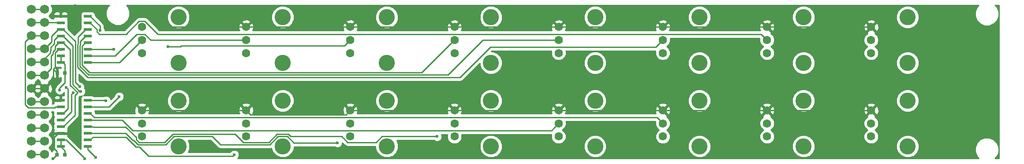
<source format=gbr>
G04 #@! TF.FileFunction,Copper,L1,Top,Signal*
%FSLAX46Y46*%
G04 Gerber Fmt 4.6, Leading zero omitted, Abs format (unit mm)*
G04 Created by KiCad (PCBNEW 4.0.4-stable) date 01/02/17 17:56:56*
%MOMM*%
%LPD*%
G01*
G04 APERTURE LIST*
%ADD10C,0.100000*%
%ADD11R,1.500000X0.600000*%
%ADD12C,3.100000*%
%ADD13C,1.600000*%
%ADD14R,0.800000X0.750000*%
%ADD15C,1.727200*%
%ADD16C,0.600000*%
%ADD17C,0.250000*%
%ADD18C,0.254000*%
G04 APERTURE END LIST*
D10*
D11*
X13160000Y19792600D03*
X18360000Y19792600D03*
X13160000Y21062600D03*
X18360000Y21062600D03*
X13160000Y22332600D03*
X18360000Y22332600D03*
X13160000Y23602600D03*
X18360000Y23602600D03*
X13160000Y24872600D03*
X18360000Y24872600D03*
X13160000Y26142600D03*
X18360000Y26142600D03*
X13160000Y27412600D03*
X18360000Y27412600D03*
X13160000Y28682600D03*
X18360000Y28682600D03*
X13160000Y3586400D03*
X18360000Y3586400D03*
X13160000Y4856400D03*
X18360000Y4856400D03*
X13160000Y6126400D03*
X18360000Y6126400D03*
X13160000Y7396400D03*
X18360000Y7396400D03*
X13160000Y8666400D03*
X18360000Y8666400D03*
X13160000Y9936400D03*
X18360000Y9936400D03*
X13160000Y11206400D03*
X18360000Y11206400D03*
X13160000Y12476400D03*
X18360000Y12476400D03*
D12*
X115760000Y28488200D03*
X115760000Y19699800D03*
D13*
X108749600Y26594000D03*
X108749600Y24094000D03*
X108749600Y21594000D03*
D12*
X175760000Y28488200D03*
X175760000Y19699800D03*
D13*
X168749600Y26594000D03*
X168749600Y24094000D03*
X168749600Y21594000D03*
D12*
X35760000Y28488200D03*
X35760000Y19699800D03*
D13*
X28749600Y26594000D03*
X28749600Y24094000D03*
X28749600Y21594000D03*
D12*
X55760000Y28488200D03*
X55760000Y19699800D03*
D13*
X48749600Y26594000D03*
X48749600Y24094000D03*
X48749600Y21594000D03*
D12*
X75760000Y28488200D03*
X75760000Y19699800D03*
D13*
X68749600Y26594000D03*
X68749600Y24094000D03*
X68749600Y21594000D03*
D12*
X95760000Y28488200D03*
X95760000Y19699800D03*
D13*
X88749600Y26594000D03*
X88749600Y24094000D03*
X88749600Y21594000D03*
D12*
X135760000Y28488200D03*
X135760000Y19699800D03*
D13*
X128749600Y26594000D03*
X128749600Y24094000D03*
X128749600Y21594000D03*
D12*
X155760000Y28488200D03*
X155760000Y19699800D03*
D13*
X148749600Y26594000D03*
X148749600Y24094000D03*
X148749600Y21594000D03*
D14*
X13958000Y2032000D03*
X12458000Y2032000D03*
D12*
X35760000Y12425600D03*
X35760000Y3637200D03*
D13*
X28749600Y10531400D03*
X28749600Y8031400D03*
X28749600Y5531400D03*
D12*
X55760000Y12425600D03*
X55760000Y3637200D03*
D13*
X48749600Y10531400D03*
X48749600Y8031400D03*
X48749600Y5531400D03*
D12*
X75760000Y12425600D03*
X75760000Y3637200D03*
D13*
X68749600Y10531400D03*
X68749600Y8031400D03*
X68749600Y5531400D03*
D12*
X95760000Y12425600D03*
X95760000Y3637200D03*
D13*
X88749600Y10531400D03*
X88749600Y8031400D03*
X88749600Y5531400D03*
D12*
X115760000Y12425600D03*
X115760000Y3637200D03*
D13*
X108749600Y10531400D03*
X108749600Y8031400D03*
X108749600Y5531400D03*
D12*
X135760000Y12425600D03*
X135760000Y3637200D03*
D13*
X128749600Y10531400D03*
X128749600Y8031400D03*
X128749600Y5531400D03*
D12*
X155760000Y12425600D03*
X155760000Y3637200D03*
D13*
X148749600Y10531400D03*
X148749600Y8031400D03*
X148749600Y5531400D03*
D12*
X175760000Y12425600D03*
X175760000Y3637200D03*
D13*
X168749600Y10531400D03*
X168749600Y8031400D03*
X168749600Y5531400D03*
D15*
X7493000Y29997400D03*
X10033000Y29997400D03*
X7493000Y12217400D03*
X10033000Y12217400D03*
X7493000Y9677400D03*
X10033000Y9677400D03*
X7493000Y7137400D03*
X10033000Y7137400D03*
X7493000Y4597400D03*
X10033000Y4597400D03*
X7493000Y2057400D03*
X10033000Y2057400D03*
X7493000Y14757400D03*
X10033000Y14757400D03*
X7493000Y19837400D03*
X10033000Y19837400D03*
X7493000Y22377400D03*
X10033000Y22377400D03*
X7493000Y17297400D03*
X10033000Y17297400D03*
X7493000Y27457400D03*
X10033000Y27457400D03*
X7493000Y24917400D03*
X10033000Y24917400D03*
D14*
X13970000Y17780000D03*
X12470000Y17780000D03*
D16*
X12446000Y16256000D03*
X30226000Y30226000D03*
X16002000Y30734000D03*
X11684000Y1270000D03*
X17780000Y1270000D03*
X12954000Y14477994D03*
X15521060Y13955955D03*
X17017998Y14224000D03*
X16799338Y15122990D03*
X14224000Y14985980D03*
X33782000Y22860000D03*
X23348600Y22332600D03*
X20724482Y25968990D03*
X19872400Y1524000D03*
X46482000Y2032000D03*
X66294000Y4318000D03*
X85419799Y5512201D03*
X24384000Y13208000D03*
X21844000Y12446000D03*
D17*
X11938000Y16764000D02*
X12446000Y16256000D01*
X11744999Y16764000D02*
X11744999Y18542000D01*
X11744999Y16469399D02*
X11744999Y16764000D01*
X11744999Y16764000D02*
X11938000Y16764000D01*
X33858000Y26594000D02*
X30226000Y30226000D01*
X48749600Y26594000D02*
X33858000Y26594000D01*
X68749600Y26594000D02*
X48749600Y26594000D01*
X88749600Y26594000D02*
X87618230Y26594000D01*
X87618230Y26594000D02*
X68749600Y26594000D01*
X108749600Y26594000D02*
X88749600Y26594000D01*
X128749600Y26594000D02*
X108749600Y26594000D01*
X148749600Y26594000D02*
X128749600Y26594000D01*
X168749600Y26594000D02*
X148749600Y26594000D01*
X148749600Y10531400D02*
X168749600Y10531400D01*
X128749600Y10531400D02*
X148749600Y10531400D01*
X108749600Y10531400D02*
X128749600Y10531400D01*
X88749600Y10531400D02*
X108749600Y10531400D01*
X68749600Y10531400D02*
X88749600Y10531400D01*
X48749600Y10531400D02*
X49549599Y9731401D01*
X49549599Y9731401D02*
X67949601Y9731401D01*
X67949601Y9731401D02*
X68749600Y10531400D01*
X28749600Y10531400D02*
X29880970Y10531400D01*
X29880970Y10531400D02*
X48749600Y10531400D01*
X14407400Y30480000D02*
X15748000Y30480000D01*
X15748000Y30480000D02*
X16002000Y30734000D01*
X13160000Y28682600D02*
X13160000Y29232600D01*
X13160000Y29232600D02*
X14407400Y30480000D01*
X12084999Y21622601D02*
X12794998Y22332600D01*
X12794998Y22332600D02*
X13160000Y22332600D01*
X12084999Y18882000D02*
X12084999Y21622601D01*
X11744999Y18542000D02*
X12084999Y18882000D01*
X11938000Y3177000D02*
X11938000Y5354400D01*
X11938000Y5354400D02*
X12710000Y6126400D01*
X12710000Y6126400D02*
X13160000Y6126400D01*
X12458000Y2032000D02*
X12458000Y2657000D01*
X12458000Y2657000D02*
X11938000Y3177000D01*
X11684000Y1270000D02*
X11696000Y1270000D01*
X11696000Y1270000D02*
X12458000Y2032000D01*
X11582400Y13208000D02*
X12314000Y12476400D01*
X10033000Y14757400D02*
X11582400Y13208000D01*
X12314000Y12476400D02*
X13160000Y12476400D01*
X11744999Y18542000D02*
X11744999Y18480001D01*
X11744999Y18480001D02*
X12445000Y17780000D01*
X12445000Y17780000D02*
X12470000Y17780000D01*
X7493000Y14757400D02*
X8714314Y14757400D01*
X8714314Y14757400D02*
X10033000Y14757400D01*
X10033000Y14757400D02*
X11744999Y16469399D01*
X12954000Y14902258D02*
X12954000Y14477994D01*
X13970000Y15918258D02*
X12954000Y14902258D01*
X13970000Y17780000D02*
X13970000Y15918258D01*
X7493000Y29997400D02*
X10033000Y29997400D01*
X13958000Y2032000D02*
X13958000Y2788400D01*
X13958000Y2788400D02*
X13160000Y3586400D01*
X13970000Y17780000D02*
X13970000Y19432600D01*
X13970000Y19432600D02*
X13610000Y19792600D01*
X13610000Y19792600D02*
X13160000Y19792600D01*
X17480001Y1569999D02*
X17780000Y1270000D01*
X14193600Y4856400D02*
X17480001Y1569999D01*
X13160000Y4856400D02*
X14193600Y4856400D01*
X13160000Y3586400D02*
X13160000Y4856400D01*
X13160000Y19792600D02*
X13160000Y21062600D01*
X15240000Y10296400D02*
X15240000Y13674895D01*
X13610000Y8666400D02*
X15240000Y10296400D01*
X13160000Y8666400D02*
X13610000Y8666400D01*
X15472402Y23010198D02*
X15472402Y15524922D01*
X13610000Y24872600D02*
X15472402Y23010198D01*
X15240000Y13674895D02*
X15521060Y13955955D01*
X13160000Y24872600D02*
X13610000Y24872600D01*
X16773324Y14224000D02*
X17017998Y14224000D01*
X15472402Y15524922D02*
X16773324Y14224000D01*
X10033000Y20449821D02*
X11184977Y21601798D01*
X11184977Y21601798D02*
X11184977Y21995401D01*
X12710000Y24872600D02*
X13160000Y24872600D01*
X10033000Y19837400D02*
X10033000Y20449821D01*
X11221601Y22665614D02*
X11938000Y23382013D01*
X11184977Y21995401D02*
X11221601Y22032025D01*
X11938000Y24100600D02*
X12710000Y24872600D01*
X11938000Y23382013D02*
X11938000Y24100600D01*
X11221601Y22032025D02*
X11221601Y22665614D01*
X7493000Y19837400D02*
X8714314Y19837400D01*
X8714314Y19837400D02*
X10033000Y19837400D01*
X16499339Y15422989D02*
X16799338Y15122990D01*
X15934966Y15987362D02*
X16499339Y15422989D01*
X13160000Y26142600D02*
X13610000Y26142600D01*
X15934966Y23817634D02*
X15934966Y15987362D01*
X13610000Y26142600D02*
X15934966Y23817634D01*
X10033000Y22377400D02*
X11430000Y23774400D01*
X11430000Y23774400D02*
X11430000Y24862600D01*
X11430000Y24862600D02*
X12710000Y26142600D01*
X12710000Y26142600D02*
X13160000Y26142600D01*
X14523999Y14685981D02*
X14224000Y14985980D01*
X13610000Y9936400D02*
X14523999Y10850399D01*
X13160000Y9936400D02*
X13610000Y9936400D01*
X14523999Y10850399D02*
X14523999Y14685981D01*
X7493000Y22377400D02*
X10033000Y22377400D01*
X18360000Y19792600D02*
X24448200Y19792600D01*
X24448200Y19792600D02*
X28749600Y24094000D01*
X48749600Y24094000D02*
X30414602Y24094000D01*
X30414602Y24094000D02*
X29289601Y25219001D01*
X29289601Y25219001D02*
X27759001Y25219001D01*
X23602600Y21062600D02*
X18360000Y21062600D01*
X27759001Y25219001D02*
X23602600Y21062600D01*
X18360000Y21062600D02*
X17994998Y21062600D01*
X33782000Y22860000D02*
X36145198Y22860000D01*
X36145198Y22860000D02*
X36254197Y22968999D01*
X18360000Y22332600D02*
X23348600Y22332600D01*
X18360000Y22332600D02*
X17910000Y22332600D01*
X67949601Y23294001D02*
X68749600Y24094000D01*
X67624599Y22968999D02*
X67949601Y23294001D01*
X36254197Y22968999D02*
X67624599Y22968999D01*
X82480399Y17824799D02*
X87949601Y23294001D01*
X17284999Y19232599D02*
X18692799Y17824799D01*
X18692799Y17824799D02*
X82480399Y17824799D01*
X87949601Y23294001D02*
X88749600Y24094000D01*
X17360000Y23052600D02*
X17360000Y22967602D01*
X17284999Y22892601D02*
X17284999Y19232599D01*
X17360000Y22967602D02*
X17284999Y22892601D01*
X17910000Y23602600D02*
X17360000Y23052600D01*
X18360000Y23602600D02*
X17910000Y23602600D01*
X107618230Y24094000D02*
X108749600Y24094000D01*
X16834988Y19046199D02*
X18506397Y17374790D01*
X16902022Y23864622D02*
X16902022Y23146035D01*
X18360000Y24872600D02*
X17910000Y24872600D01*
X87478790Y17374790D02*
X94198000Y24094000D01*
X18506397Y17374790D02*
X87478790Y17374790D01*
X16902022Y23146035D02*
X16834988Y23079001D01*
X17910000Y24872600D02*
X16902022Y23864622D01*
X94198000Y24094000D02*
X107618230Y24094000D01*
X16834988Y23079001D02*
X16834988Y19046199D01*
X127949601Y23294001D02*
X128749600Y24094000D01*
X127374601Y22719001D02*
X127949601Y23294001D01*
X95617001Y22719001D02*
X127374601Y22719001D01*
X89822779Y16924779D02*
X95617001Y22719001D01*
X16384977Y18859799D02*
X18319997Y16924779D01*
X18360000Y26142600D02*
X17910000Y26142600D01*
X16384977Y23265401D02*
X16384977Y18859799D01*
X16452011Y24684611D02*
X16452011Y23332435D01*
X16452011Y23332435D02*
X16384977Y23265401D01*
X17910000Y26142600D02*
X16452011Y24684611D01*
X18319997Y16924779D02*
X89822779Y16924779D01*
X147624599Y25219001D02*
X147949601Y24893999D01*
X31789601Y25219001D02*
X147624599Y25219001D01*
X29289601Y27719001D02*
X31789601Y25219001D01*
X22098000Y25219001D02*
X25709599Y25219001D01*
X28209599Y27719001D02*
X29289601Y27719001D01*
X25709599Y25219001D02*
X28209599Y27719001D01*
X147949601Y24893999D02*
X148749600Y24094000D01*
X20549469Y25219001D02*
X22098000Y25219001D01*
X20099481Y26123119D02*
X20099481Y25668989D01*
X18810000Y27412600D02*
X20099481Y26123119D01*
X18360000Y27412600D02*
X18810000Y27412600D01*
X20099481Y25668989D02*
X20549469Y25219001D01*
X21770999Y25219001D02*
X22098000Y25219001D01*
X20724482Y26393254D02*
X20724482Y25968990D01*
X20724482Y26768118D02*
X20724482Y26393254D01*
X18360000Y28682600D02*
X18810000Y28682600D01*
X18810000Y28682600D02*
X20724482Y26768118D01*
X18360000Y3586400D02*
X18360000Y3036400D01*
X18360000Y3036400D02*
X19872400Y1524000D01*
X46182001Y1732001D02*
X46482000Y2032000D01*
X27607213Y3506377D02*
X28243624Y3506377D01*
X30018000Y1732001D02*
X46182001Y1732001D01*
X19360000Y5406400D02*
X25707190Y5406400D01*
X18810000Y4856400D02*
X19360000Y5406400D01*
X18360000Y4856400D02*
X18810000Y4856400D01*
X25707190Y5406400D02*
X27607213Y3506377D01*
X28243624Y3506377D02*
X30018000Y1732001D01*
X18360000Y6126400D02*
X25623600Y6126400D01*
X28023199Y3956388D02*
X33304186Y3956388D01*
X43795612Y3956388D02*
X53304187Y3956388D01*
X57854202Y4318000D02*
X65869736Y4318000D01*
X25623600Y6126400D02*
X26945001Y4804999D01*
X26945001Y4804999D02*
X27174588Y4804999D01*
X27174588Y4804999D02*
X28023199Y3956388D01*
X33304186Y3956388D02*
X34859999Y5512201D01*
X34859999Y5512201D02*
X42239799Y5512201D01*
X42239799Y5512201D02*
X43795612Y3956388D01*
X53304187Y3956388D02*
X54859999Y5512201D01*
X54859999Y5512201D02*
X56660001Y5512201D01*
X56660001Y5512201D02*
X57854202Y4318000D01*
X65869736Y4318000D02*
X66294000Y4318000D01*
X25626420Y7396400D02*
X25656820Y7366000D01*
X25656820Y7366000D02*
X27624599Y5398221D01*
X18360000Y7396400D02*
X19360000Y7396400D01*
X19360000Y7396400D02*
X19390400Y7366000D01*
X19390400Y7366000D02*
X25656820Y7366000D01*
X34673599Y5962212D02*
X46653786Y5962212D01*
X46653786Y5962212D02*
X48209599Y4406399D01*
X67103797Y5512201D02*
X68209599Y4406399D01*
X73754197Y4406399D02*
X74859999Y5512201D01*
X54673599Y5962212D02*
X56846401Y5962212D01*
X33117786Y4406399D02*
X34673599Y5962212D01*
X84995535Y5512201D02*
X85419799Y5512201D01*
X57296411Y5512201D02*
X67103797Y5512201D01*
X53117787Y4406399D02*
X54673599Y5962212D01*
X48209599Y4406399D02*
X53117787Y4406399D01*
X27624599Y4991399D02*
X28209599Y4406399D01*
X27624599Y5398221D02*
X27624599Y4991399D01*
X28209599Y4406399D02*
X33117786Y4406399D01*
X74859999Y5512201D02*
X84995535Y5512201D01*
X68209599Y4406399D02*
X73754197Y4406399D01*
X56846401Y5962212D02*
X57296411Y5512201D01*
X18360000Y8666400D02*
X24992832Y8666400D01*
X107949601Y7231401D02*
X108749600Y8031400D01*
X107374601Y6656401D02*
X107949601Y7231401D01*
X24992832Y8666400D02*
X27002831Y6656401D01*
X27002831Y6656401D02*
X107374601Y6656401D01*
X18360000Y9936400D02*
X18810000Y9936400D01*
X18810000Y9936400D02*
X19589999Y9156401D01*
X19589999Y9156401D02*
X127624599Y9156401D01*
X127949601Y8831399D02*
X128749600Y8031400D01*
X127624599Y9156401D02*
X127949601Y8831399D01*
X18360000Y11206400D02*
X22382400Y11206400D01*
X22382400Y11206400D02*
X24384000Y13208000D01*
X18360000Y12476400D02*
X21813600Y12476400D01*
X21813600Y12476400D02*
X21844000Y12446000D01*
X16373002Y13923998D02*
X15865006Y13416002D01*
X13610000Y7396400D02*
X13160000Y7396400D01*
X15865006Y9651406D02*
X13610000Y7396400D01*
X14986000Y22226600D02*
X14986000Y15374913D01*
X13610000Y23602600D02*
X14986000Y22226600D01*
X13160000Y23602600D02*
X13610000Y23602600D01*
X14986000Y15374913D02*
X16373002Y13987911D01*
X15865006Y13416002D02*
X15865006Y9651406D01*
X16373002Y13987911D02*
X16373002Y13923998D01*
X12794998Y23602600D02*
X13160000Y23602600D01*
X12084999Y22892601D02*
X12794998Y23602600D01*
X12084999Y22259011D02*
X12084999Y22892601D01*
X11634988Y21415398D02*
X11634988Y21809001D01*
X11294988Y18559388D02*
X11294989Y21075400D01*
X10033000Y17297400D02*
X11294988Y18559388D01*
X11294989Y21075400D02*
X11634988Y21415398D01*
X11634988Y21809001D02*
X12084999Y22259011D01*
X7493000Y17297400D02*
X10033000Y17297400D01*
X7493000Y27457400D02*
X10033000Y27457400D01*
X10033000Y27457400D02*
X13115200Y27457400D01*
X13115200Y27457400D02*
X13160000Y27412600D01*
X7493000Y24917400D02*
X6304399Y23728799D01*
X11982399Y11028799D02*
X12160000Y11206400D01*
X6304399Y23728799D02*
X6304399Y11646871D01*
X6922471Y11028799D02*
X11982399Y11028799D01*
X6304399Y11646871D02*
X6922471Y11028799D01*
X12160000Y11206400D02*
X13160000Y11206400D01*
X7493000Y24917400D02*
X8714314Y24917400D01*
X8714314Y24917400D02*
X10033000Y24917400D01*
X7493000Y12217400D02*
X10033000Y12217400D01*
X7493000Y9677400D02*
X10033000Y9677400D01*
X7493000Y7137400D02*
X10033000Y7137400D01*
X7493000Y4597400D02*
X10033000Y4597400D01*
X7493000Y2057400D02*
X10033000Y2057400D01*
D18*
G36*
X22194001Y30506039D02*
X21845397Y29666509D01*
X21844604Y28757479D01*
X22191742Y27917342D01*
X22833961Y27274001D01*
X23673491Y26925397D01*
X24582521Y26924604D01*
X25422658Y27271742D01*
X26065999Y27913961D01*
X26414603Y28753491D01*
X26415396Y29662521D01*
X26068258Y30502658D01*
X25768939Y30802500D01*
X189406128Y30802500D01*
X189024001Y30421039D01*
X188675397Y29581509D01*
X188674604Y28672479D01*
X189021742Y27832342D01*
X189663961Y27189001D01*
X190503491Y26840397D01*
X191412521Y26839604D01*
X192252658Y27186742D01*
X192895999Y27828961D01*
X193244603Y28668491D01*
X193245396Y29577521D01*
X192898258Y30417658D01*
X192514087Y30802500D01*
X193275000Y30802500D01*
X193275000Y1322500D01*
X192513872Y1322500D01*
X192895999Y1703961D01*
X193244603Y2543491D01*
X193245396Y3452521D01*
X192898258Y4292658D01*
X192256039Y4935999D01*
X191416509Y5284603D01*
X190507479Y5285396D01*
X189667342Y4938258D01*
X189024001Y4296039D01*
X188675397Y3456509D01*
X188674604Y2547479D01*
X189021742Y1707342D01*
X189405913Y1322500D01*
X47094706Y1322500D01*
X47274192Y1501673D01*
X47416838Y1845201D01*
X47417162Y2217167D01*
X47275117Y2560943D01*
X47012327Y2824192D01*
X46668799Y2966838D01*
X46296833Y2967162D01*
X45953057Y2825117D01*
X45689808Y2562327D01*
X45660606Y2492001D01*
X37650355Y2492001D01*
X37944620Y3200670D01*
X37945379Y4069917D01*
X37663464Y4752201D01*
X41924997Y4752201D01*
X43258211Y3418987D01*
X43504773Y3254240D01*
X43795612Y3196388D01*
X53304187Y3196388D01*
X53574661Y3250189D01*
X53574621Y3204483D01*
X53906567Y2401114D01*
X54520681Y1785927D01*
X55323470Y1452580D01*
X56192717Y1451821D01*
X56996086Y1783767D01*
X57611273Y2397881D01*
X57944620Y3200670D01*
X57944932Y3558000D01*
X65731537Y3558000D01*
X65763673Y3525808D01*
X66107201Y3383162D01*
X66479167Y3382838D01*
X66822943Y3524883D01*
X67086192Y3787673D01*
X67228838Y4131201D01*
X67228996Y4312200D01*
X67672198Y3868998D01*
X67918759Y3704251D01*
X68209599Y3646399D01*
X73575007Y3646399D01*
X73574621Y3204483D01*
X73906567Y2401114D01*
X74520681Y1785927D01*
X75323470Y1452580D01*
X76192717Y1451821D01*
X76996086Y1783767D01*
X77611273Y2397881D01*
X77944620Y3200670D01*
X77944623Y3204483D01*
X93574621Y3204483D01*
X93906567Y2401114D01*
X94520681Y1785927D01*
X95323470Y1452580D01*
X96192717Y1451821D01*
X96996086Y1783767D01*
X97611273Y2397881D01*
X97944620Y3200670D01*
X97944623Y3204483D01*
X113574621Y3204483D01*
X113906567Y2401114D01*
X114520681Y1785927D01*
X115323470Y1452580D01*
X116192717Y1451821D01*
X116996086Y1783767D01*
X117611273Y2397881D01*
X117944620Y3200670D01*
X117944623Y3204483D01*
X133574621Y3204483D01*
X133906567Y2401114D01*
X134520681Y1785927D01*
X135323470Y1452580D01*
X136192717Y1451821D01*
X136996086Y1783767D01*
X137611273Y2397881D01*
X137944620Y3200670D01*
X137944623Y3204483D01*
X153574621Y3204483D01*
X153906567Y2401114D01*
X154520681Y1785927D01*
X155323470Y1452580D01*
X156192717Y1451821D01*
X156996086Y1783767D01*
X157611273Y2397881D01*
X157944620Y3200670D01*
X157944623Y3204483D01*
X173574621Y3204483D01*
X173906567Y2401114D01*
X174520681Y1785927D01*
X175323470Y1452580D01*
X176192717Y1451821D01*
X176996086Y1783767D01*
X177611273Y2397881D01*
X177944620Y3200670D01*
X177945379Y4069917D01*
X177613433Y4873286D01*
X176999319Y5488473D01*
X176196530Y5821820D01*
X175327283Y5822579D01*
X174523914Y5490633D01*
X173908727Y4876519D01*
X173575380Y4073730D01*
X173574621Y3204483D01*
X157944623Y3204483D01*
X157945379Y4069917D01*
X157613433Y4873286D01*
X156999319Y5488473D01*
X156196530Y5821820D01*
X155327283Y5822579D01*
X154523914Y5490633D01*
X153908727Y4876519D01*
X153575380Y4073730D01*
X153574621Y3204483D01*
X137944623Y3204483D01*
X137945379Y4069917D01*
X137613433Y4873286D01*
X136999319Y5488473D01*
X136196530Y5821820D01*
X135327283Y5822579D01*
X134523914Y5490633D01*
X133908727Y4876519D01*
X133575380Y4073730D01*
X133574621Y3204483D01*
X117944623Y3204483D01*
X117945379Y4069917D01*
X117613433Y4873286D01*
X116999319Y5488473D01*
X116196530Y5821820D01*
X115327283Y5822579D01*
X114523914Y5490633D01*
X113908727Y4876519D01*
X113575380Y4073730D01*
X113574621Y3204483D01*
X97944623Y3204483D01*
X97945379Y4069917D01*
X97613433Y4873286D01*
X96999319Y5488473D01*
X96196530Y5821820D01*
X95327283Y5822579D01*
X94523914Y5490633D01*
X93908727Y4876519D01*
X93575380Y4073730D01*
X93574621Y3204483D01*
X77944623Y3204483D01*
X77945379Y4069917D01*
X77663464Y4752201D01*
X84857336Y4752201D01*
X84889472Y4720009D01*
X85233000Y4577363D01*
X85604966Y4577039D01*
X85948742Y4719084D01*
X86211991Y4981874D01*
X86354637Y5325402D01*
X86354961Y5697368D01*
X86272722Y5896401D01*
X87347367Y5896401D01*
X87314850Y5818091D01*
X87314352Y5247213D01*
X87532357Y4719600D01*
X87935677Y4315576D01*
X88462909Y4096650D01*
X89033787Y4096152D01*
X89561400Y4314157D01*
X89965424Y4717477D01*
X90184350Y5244709D01*
X90184848Y5815587D01*
X90151456Y5896401D01*
X107347367Y5896401D01*
X107314850Y5818091D01*
X107314352Y5247213D01*
X107532357Y4719600D01*
X107935677Y4315576D01*
X108462909Y4096650D01*
X109033787Y4096152D01*
X109561400Y4314157D01*
X109965424Y4717477D01*
X110184350Y5244709D01*
X110184848Y5815587D01*
X109966843Y6343200D01*
X109563523Y6747224D01*
X109481669Y6781213D01*
X109561400Y6814157D01*
X109965424Y7217477D01*
X110184350Y7744709D01*
X110184848Y8315587D01*
X110151456Y8396401D01*
X127309797Y8396401D01*
X127336344Y8369854D01*
X127314850Y8318091D01*
X127314352Y7747213D01*
X127532357Y7219600D01*
X127935677Y6815576D01*
X128017531Y6781587D01*
X127937800Y6748643D01*
X127533776Y6345323D01*
X127314850Y5818091D01*
X127314352Y5247213D01*
X127532357Y4719600D01*
X127935677Y4315576D01*
X128462909Y4096650D01*
X129033787Y4096152D01*
X129561400Y4314157D01*
X129965424Y4717477D01*
X130184350Y5244709D01*
X130184848Y5815587D01*
X129966843Y6343200D01*
X129563523Y6747224D01*
X129481669Y6781213D01*
X129561400Y6814157D01*
X129965424Y7217477D01*
X130184350Y7744709D01*
X130184352Y7747213D01*
X147314352Y7747213D01*
X147532357Y7219600D01*
X147935677Y6815576D01*
X148017531Y6781587D01*
X147937800Y6748643D01*
X147533776Y6345323D01*
X147314850Y5818091D01*
X147314352Y5247213D01*
X147532357Y4719600D01*
X147935677Y4315576D01*
X148462909Y4096650D01*
X149033787Y4096152D01*
X149561400Y4314157D01*
X149965424Y4717477D01*
X150184350Y5244709D01*
X150184848Y5815587D01*
X149966843Y6343200D01*
X149563523Y6747224D01*
X149481669Y6781213D01*
X149561400Y6814157D01*
X149965424Y7217477D01*
X150184350Y7744709D01*
X150184352Y7747213D01*
X167314352Y7747213D01*
X167532357Y7219600D01*
X167935677Y6815576D01*
X168017531Y6781587D01*
X167937800Y6748643D01*
X167533776Y6345323D01*
X167314850Y5818091D01*
X167314352Y5247213D01*
X167532357Y4719600D01*
X167935677Y4315576D01*
X168462909Y4096650D01*
X169033787Y4096152D01*
X169561400Y4314157D01*
X169965424Y4717477D01*
X170184350Y5244709D01*
X170184848Y5815587D01*
X169966843Y6343200D01*
X169563523Y6747224D01*
X169481669Y6781213D01*
X169561400Y6814157D01*
X169965424Y7217477D01*
X170184350Y7744709D01*
X170184848Y8315587D01*
X169966843Y8843200D01*
X169563523Y9247224D01*
X169497056Y9274823D01*
X169503605Y9277536D01*
X169577739Y9523655D01*
X168749600Y10351795D01*
X167921461Y9523655D01*
X167995595Y9277536D01*
X168002083Y9275204D01*
X167937800Y9248643D01*
X167533776Y8845323D01*
X167314850Y8318091D01*
X167314352Y7747213D01*
X150184352Y7747213D01*
X150184848Y8315587D01*
X149966843Y8843200D01*
X149563523Y9247224D01*
X149497056Y9274823D01*
X149503605Y9277536D01*
X149577739Y9523655D01*
X148749600Y10351795D01*
X147921461Y9523655D01*
X147995595Y9277536D01*
X148002083Y9275204D01*
X147937800Y9248643D01*
X147533776Y8845323D01*
X147314850Y8318091D01*
X147314352Y7747213D01*
X130184352Y7747213D01*
X130184848Y8315587D01*
X129966843Y8843200D01*
X129563523Y9247224D01*
X129497056Y9274823D01*
X129503605Y9277536D01*
X129577739Y9523655D01*
X128749600Y10351795D01*
X128735458Y10337652D01*
X128555853Y10517258D01*
X128569995Y10531400D01*
X128929205Y10531400D01*
X129757345Y9703261D01*
X130003464Y9777395D01*
X130196565Y10314623D01*
X130169378Y10884854D01*
X130003464Y11285405D01*
X129757345Y11359539D01*
X128929205Y10531400D01*
X128569995Y10531400D01*
X127741855Y11359539D01*
X127495736Y11285405D01*
X127302635Y10748177D01*
X127329822Y10177946D01*
X127438158Y9916401D01*
X110053428Y9916401D01*
X110196565Y10314623D01*
X110169378Y10884854D01*
X110003464Y11285405D01*
X109757345Y11359539D01*
X108929205Y10531400D01*
X108943348Y10517258D01*
X108763742Y10337652D01*
X108749600Y10351795D01*
X108735458Y10337652D01*
X108555852Y10517258D01*
X108569995Y10531400D01*
X107741855Y11359539D01*
X107495736Y11285405D01*
X107302635Y10748177D01*
X107329822Y10177946D01*
X107438158Y9916401D01*
X90053428Y9916401D01*
X90196565Y10314623D01*
X90169378Y10884854D01*
X90003464Y11285405D01*
X89757345Y11359539D01*
X88929205Y10531400D01*
X88943348Y10517258D01*
X88763742Y10337652D01*
X88749600Y10351795D01*
X88735458Y10337652D01*
X88555852Y10517258D01*
X88569995Y10531400D01*
X87741855Y11359539D01*
X87495736Y11285405D01*
X87302635Y10748177D01*
X87329822Y10177946D01*
X87438158Y9916401D01*
X70053428Y9916401D01*
X70196565Y10314623D01*
X70169378Y10884854D01*
X70003464Y11285405D01*
X69757345Y11359539D01*
X68929205Y10531400D01*
X68943348Y10517258D01*
X68763742Y10337652D01*
X68749600Y10351795D01*
X68735458Y10337652D01*
X68555852Y10517258D01*
X68569995Y10531400D01*
X67741855Y11359539D01*
X67495736Y11285405D01*
X67302635Y10748177D01*
X67329822Y10177946D01*
X67438158Y9916401D01*
X50053428Y9916401D01*
X50196565Y10314623D01*
X50169378Y10884854D01*
X50003464Y11285405D01*
X49757345Y11359539D01*
X48929205Y10531400D01*
X48943348Y10517258D01*
X48763742Y10337652D01*
X48749600Y10351795D01*
X48735458Y10337652D01*
X48555852Y10517258D01*
X48569995Y10531400D01*
X47741855Y11359539D01*
X47495736Y11285405D01*
X47302635Y10748177D01*
X47329822Y10177946D01*
X47438158Y9916401D01*
X30053428Y9916401D01*
X30196565Y10314623D01*
X30169378Y10884854D01*
X30003464Y11285405D01*
X29757345Y11359539D01*
X28929205Y10531400D01*
X28943348Y10517258D01*
X28763742Y10337652D01*
X28749600Y10351795D01*
X28735458Y10337652D01*
X28555852Y10517258D01*
X28569995Y10531400D01*
X27741855Y11359539D01*
X27495736Y11285405D01*
X27302635Y10748177D01*
X27329822Y10177946D01*
X27438158Y9916401D01*
X19904801Y9916401D01*
X19757440Y10063762D01*
X19757440Y10236400D01*
X19717926Y10446400D01*
X22382400Y10446400D01*
X22673239Y10504252D01*
X22919801Y10668999D01*
X23789947Y11539145D01*
X27921461Y11539145D01*
X28749600Y10711005D01*
X29577739Y11539145D01*
X29503605Y11785264D01*
X28966377Y11978365D01*
X28396146Y11951178D01*
X27995595Y11785264D01*
X27921461Y11539145D01*
X23789947Y11539145D01*
X24243685Y11992883D01*
X33574621Y11992883D01*
X33906567Y11189514D01*
X34520681Y10574327D01*
X35323470Y10240980D01*
X36192717Y10240221D01*
X36996086Y10572167D01*
X37611273Y11186281D01*
X37757794Y11539145D01*
X47921461Y11539145D01*
X48749600Y10711005D01*
X49577739Y11539145D01*
X49503605Y11785264D01*
X48966377Y11978365D01*
X48396146Y11951178D01*
X47995595Y11785264D01*
X47921461Y11539145D01*
X37757794Y11539145D01*
X37944620Y11989070D01*
X37944623Y11992883D01*
X53574621Y11992883D01*
X53906567Y11189514D01*
X54520681Y10574327D01*
X55323470Y10240980D01*
X56192717Y10240221D01*
X56996086Y10572167D01*
X57611273Y11186281D01*
X57757794Y11539145D01*
X67921461Y11539145D01*
X68749600Y10711005D01*
X69577739Y11539145D01*
X69503605Y11785264D01*
X68966377Y11978365D01*
X68396146Y11951178D01*
X67995595Y11785264D01*
X67921461Y11539145D01*
X57757794Y11539145D01*
X57944620Y11989070D01*
X57944623Y11992883D01*
X73574621Y11992883D01*
X73906567Y11189514D01*
X74520681Y10574327D01*
X75323470Y10240980D01*
X76192717Y10240221D01*
X76996086Y10572167D01*
X77611273Y11186281D01*
X77757794Y11539145D01*
X87921461Y11539145D01*
X88749600Y10711005D01*
X89577739Y11539145D01*
X89503605Y11785264D01*
X88966377Y11978365D01*
X88396146Y11951178D01*
X87995595Y11785264D01*
X87921461Y11539145D01*
X77757794Y11539145D01*
X77944620Y11989070D01*
X77944623Y11992883D01*
X93574621Y11992883D01*
X93906567Y11189514D01*
X94520681Y10574327D01*
X95323470Y10240980D01*
X96192717Y10240221D01*
X96996086Y10572167D01*
X97611273Y11186281D01*
X97757794Y11539145D01*
X107921461Y11539145D01*
X108749600Y10711005D01*
X109577739Y11539145D01*
X109503605Y11785264D01*
X108966377Y11978365D01*
X108396146Y11951178D01*
X107995595Y11785264D01*
X107921461Y11539145D01*
X97757794Y11539145D01*
X97944620Y11989070D01*
X97944623Y11992883D01*
X113574621Y11992883D01*
X113906567Y11189514D01*
X114520681Y10574327D01*
X115323470Y10240980D01*
X116192717Y10240221D01*
X116996086Y10572167D01*
X117611273Y11186281D01*
X117757794Y11539145D01*
X127921461Y11539145D01*
X128749600Y10711005D01*
X129577739Y11539145D01*
X129503605Y11785264D01*
X128966377Y11978365D01*
X128396146Y11951178D01*
X127995595Y11785264D01*
X127921461Y11539145D01*
X117757794Y11539145D01*
X117944620Y11989070D01*
X117944623Y11992883D01*
X133574621Y11992883D01*
X133906567Y11189514D01*
X134520681Y10574327D01*
X135323470Y10240980D01*
X136192717Y10240221D01*
X136996086Y10572167D01*
X137172403Y10748177D01*
X147302635Y10748177D01*
X147329822Y10177946D01*
X147495736Y9777395D01*
X147741855Y9703261D01*
X148569995Y10531400D01*
X148929205Y10531400D01*
X149757345Y9703261D01*
X150003464Y9777395D01*
X150196565Y10314623D01*
X150169378Y10884854D01*
X150003464Y11285405D01*
X149757345Y11359539D01*
X148929205Y10531400D01*
X148569995Y10531400D01*
X147741855Y11359539D01*
X147495736Y11285405D01*
X147302635Y10748177D01*
X137172403Y10748177D01*
X137611273Y11186281D01*
X137757794Y11539145D01*
X147921461Y11539145D01*
X148749600Y10711005D01*
X149577739Y11539145D01*
X149503605Y11785264D01*
X148966377Y11978365D01*
X148396146Y11951178D01*
X147995595Y11785264D01*
X147921461Y11539145D01*
X137757794Y11539145D01*
X137944620Y11989070D01*
X137944623Y11992883D01*
X153574621Y11992883D01*
X153906567Y11189514D01*
X154520681Y10574327D01*
X155323470Y10240980D01*
X156192717Y10240221D01*
X156996086Y10572167D01*
X157172403Y10748177D01*
X167302635Y10748177D01*
X167329822Y10177946D01*
X167495736Y9777395D01*
X167741855Y9703261D01*
X168569995Y10531400D01*
X168929205Y10531400D01*
X169757345Y9703261D01*
X170003464Y9777395D01*
X170196565Y10314623D01*
X170169378Y10884854D01*
X170003464Y11285405D01*
X169757345Y11359539D01*
X168929205Y10531400D01*
X168569995Y10531400D01*
X167741855Y11359539D01*
X167495736Y11285405D01*
X167302635Y10748177D01*
X157172403Y10748177D01*
X157611273Y11186281D01*
X157757794Y11539145D01*
X167921461Y11539145D01*
X168749600Y10711005D01*
X169577739Y11539145D01*
X169503605Y11785264D01*
X168966377Y11978365D01*
X168396146Y11951178D01*
X167995595Y11785264D01*
X167921461Y11539145D01*
X157757794Y11539145D01*
X157944620Y11989070D01*
X157944623Y11992883D01*
X173574621Y11992883D01*
X173906567Y11189514D01*
X174520681Y10574327D01*
X175323470Y10240980D01*
X176192717Y10240221D01*
X176996086Y10572167D01*
X177611273Y11186281D01*
X177944620Y11989070D01*
X177945379Y12858317D01*
X177613433Y13661686D01*
X176999319Y14276873D01*
X176196530Y14610220D01*
X175327283Y14610979D01*
X174523914Y14279033D01*
X173908727Y13664919D01*
X173575380Y12862130D01*
X173574621Y11992883D01*
X157944623Y11992883D01*
X157945379Y12858317D01*
X157613433Y13661686D01*
X156999319Y14276873D01*
X156196530Y14610220D01*
X155327283Y14610979D01*
X154523914Y14279033D01*
X153908727Y13664919D01*
X153575380Y12862130D01*
X153574621Y11992883D01*
X137944623Y11992883D01*
X137945379Y12858317D01*
X137613433Y13661686D01*
X136999319Y14276873D01*
X136196530Y14610220D01*
X135327283Y14610979D01*
X134523914Y14279033D01*
X133908727Y13664919D01*
X133575380Y12862130D01*
X133574621Y11992883D01*
X117944623Y11992883D01*
X117945379Y12858317D01*
X117613433Y13661686D01*
X116999319Y14276873D01*
X116196530Y14610220D01*
X115327283Y14610979D01*
X114523914Y14279033D01*
X113908727Y13664919D01*
X113575380Y12862130D01*
X113574621Y11992883D01*
X97944623Y11992883D01*
X97945379Y12858317D01*
X97613433Y13661686D01*
X96999319Y14276873D01*
X96196530Y14610220D01*
X95327283Y14610979D01*
X94523914Y14279033D01*
X93908727Y13664919D01*
X93575380Y12862130D01*
X93574621Y11992883D01*
X77944623Y11992883D01*
X77945379Y12858317D01*
X77613433Y13661686D01*
X76999319Y14276873D01*
X76196530Y14610220D01*
X75327283Y14610979D01*
X74523914Y14279033D01*
X73908727Y13664919D01*
X73575380Y12862130D01*
X73574621Y11992883D01*
X57944623Y11992883D01*
X57945379Y12858317D01*
X57613433Y13661686D01*
X56999319Y14276873D01*
X56196530Y14610220D01*
X55327283Y14610979D01*
X54523914Y14279033D01*
X53908727Y13664919D01*
X53575380Y12862130D01*
X53574621Y11992883D01*
X37944623Y11992883D01*
X37945379Y12858317D01*
X37613433Y13661686D01*
X36999319Y14276873D01*
X36196530Y14610220D01*
X35327283Y14610979D01*
X34523914Y14279033D01*
X33908727Y13664919D01*
X33575380Y12862130D01*
X33574621Y11992883D01*
X24243685Y11992883D01*
X24523680Y12272878D01*
X24569167Y12272838D01*
X24912943Y12414883D01*
X25176192Y12677673D01*
X25318838Y13021201D01*
X25319162Y13393167D01*
X25177117Y13736943D01*
X24914327Y14000192D01*
X24570799Y14142838D01*
X24198833Y14143162D01*
X23855057Y14001117D01*
X23591808Y13738327D01*
X23449162Y13394799D01*
X23449121Y13347923D01*
X22765479Y12664281D01*
X22637117Y12974943D01*
X22374327Y13238192D01*
X22030799Y13380838D01*
X21658833Y13381162D01*
X21315057Y13239117D01*
X21312335Y13236400D01*
X19561563Y13236400D01*
X19361890Y13372831D01*
X19110000Y13423840D01*
X17610000Y13423840D01*
X17462914Y13396164D01*
X17546941Y13430883D01*
X17810190Y13693673D01*
X17952836Y14037201D01*
X17953160Y14409167D01*
X17811115Y14752943D01*
X17703040Y14861207D01*
X17734176Y14936191D01*
X17734500Y15308157D01*
X17592455Y15651933D01*
X17329665Y15915182D01*
X16986137Y16057828D01*
X16939261Y16057869D01*
X16694966Y16302164D01*
X16694966Y17475008D01*
X17782596Y16387378D01*
X18029158Y16222631D01*
X18319997Y16164779D01*
X89822779Y16164779D01*
X90113618Y16222631D01*
X90360180Y16387378D01*
X93574914Y19602112D01*
X93574621Y19267083D01*
X93906567Y18463714D01*
X94520681Y17848527D01*
X95323470Y17515180D01*
X96192717Y17514421D01*
X96996086Y17846367D01*
X97611273Y18460481D01*
X97944620Y19263270D01*
X97944623Y19267083D01*
X113574621Y19267083D01*
X113906567Y18463714D01*
X114520681Y17848527D01*
X115323470Y17515180D01*
X116192717Y17514421D01*
X116996086Y17846367D01*
X117611273Y18460481D01*
X117944620Y19263270D01*
X117944623Y19267083D01*
X133574621Y19267083D01*
X133906567Y18463714D01*
X134520681Y17848527D01*
X135323470Y17515180D01*
X136192717Y17514421D01*
X136996086Y17846367D01*
X137611273Y18460481D01*
X137944620Y19263270D01*
X137944623Y19267083D01*
X153574621Y19267083D01*
X153906567Y18463714D01*
X154520681Y17848527D01*
X155323470Y17515180D01*
X156192717Y17514421D01*
X156996086Y17846367D01*
X157611273Y18460481D01*
X157944620Y19263270D01*
X157944623Y19267083D01*
X173574621Y19267083D01*
X173906567Y18463714D01*
X174520681Y17848527D01*
X175323470Y17515180D01*
X176192717Y17514421D01*
X176996086Y17846367D01*
X177611273Y18460481D01*
X177944620Y19263270D01*
X177945379Y20132517D01*
X177613433Y20935886D01*
X176999319Y21551073D01*
X176196530Y21884420D01*
X175327283Y21885179D01*
X174523914Y21553233D01*
X173908727Y20939119D01*
X173575380Y20136330D01*
X173574621Y19267083D01*
X157944623Y19267083D01*
X157945379Y20132517D01*
X157613433Y20935886D01*
X156999319Y21551073D01*
X156196530Y21884420D01*
X155327283Y21885179D01*
X154523914Y21553233D01*
X153908727Y20939119D01*
X153575380Y20136330D01*
X153574621Y19267083D01*
X137944623Y19267083D01*
X137945379Y20132517D01*
X137613433Y20935886D01*
X136999319Y21551073D01*
X136196530Y21884420D01*
X135327283Y21885179D01*
X134523914Y21553233D01*
X133908727Y20939119D01*
X133575380Y20136330D01*
X133574621Y19267083D01*
X117944623Y19267083D01*
X117945379Y20132517D01*
X117613433Y20935886D01*
X116999319Y21551073D01*
X116196530Y21884420D01*
X115327283Y21885179D01*
X114523914Y21553233D01*
X113908727Y20939119D01*
X113575380Y20136330D01*
X113574621Y19267083D01*
X97944623Y19267083D01*
X97945379Y20132517D01*
X97613433Y20935886D01*
X96999319Y21551073D01*
X96196530Y21884420D01*
X95857518Y21884716D01*
X95931803Y21959001D01*
X107347367Y21959001D01*
X107314850Y21880691D01*
X107314352Y21309813D01*
X107532357Y20782200D01*
X107935677Y20378176D01*
X108462909Y20159250D01*
X109033787Y20158752D01*
X109561400Y20376757D01*
X109965424Y20780077D01*
X110184350Y21307309D01*
X110184848Y21878187D01*
X110151456Y21959001D01*
X127347367Y21959001D01*
X127314850Y21880691D01*
X127314352Y21309813D01*
X127532357Y20782200D01*
X127935677Y20378176D01*
X128462909Y20159250D01*
X129033787Y20158752D01*
X129561400Y20376757D01*
X129965424Y20780077D01*
X130184350Y21307309D01*
X130184848Y21878187D01*
X129966843Y22405800D01*
X129563523Y22809824D01*
X129481669Y22843813D01*
X129561400Y22876757D01*
X129965424Y23280077D01*
X130184350Y23807309D01*
X130184848Y24378187D01*
X130151456Y24459001D01*
X147309797Y24459001D01*
X147336344Y24432454D01*
X147314850Y24380691D01*
X147314352Y23809813D01*
X147532357Y23282200D01*
X147935677Y22878176D01*
X148017531Y22844187D01*
X147937800Y22811243D01*
X147533776Y22407923D01*
X147314850Y21880691D01*
X147314352Y21309813D01*
X147532357Y20782200D01*
X147935677Y20378176D01*
X148462909Y20159250D01*
X149033787Y20158752D01*
X149561400Y20376757D01*
X149965424Y20780077D01*
X150184350Y21307309D01*
X150184848Y21878187D01*
X149966843Y22405800D01*
X149563523Y22809824D01*
X149481669Y22843813D01*
X149561400Y22876757D01*
X149965424Y23280077D01*
X150184350Y23807309D01*
X150184352Y23809813D01*
X167314352Y23809813D01*
X167532357Y23282200D01*
X167935677Y22878176D01*
X168017531Y22844187D01*
X167937800Y22811243D01*
X167533776Y22407923D01*
X167314850Y21880691D01*
X167314352Y21309813D01*
X167532357Y20782200D01*
X167935677Y20378176D01*
X168462909Y20159250D01*
X169033787Y20158752D01*
X169561400Y20376757D01*
X169965424Y20780077D01*
X170184350Y21307309D01*
X170184848Y21878187D01*
X169966843Y22405800D01*
X169563523Y22809824D01*
X169481669Y22843813D01*
X169561400Y22876757D01*
X169965424Y23280077D01*
X170184350Y23807309D01*
X170184848Y24378187D01*
X169966843Y24905800D01*
X169563523Y25309824D01*
X169497056Y25337423D01*
X169503605Y25340136D01*
X169577739Y25586255D01*
X168749600Y26414395D01*
X167921461Y25586255D01*
X167995595Y25340136D01*
X168002083Y25337804D01*
X167937800Y25311243D01*
X167533776Y24907923D01*
X167314850Y24380691D01*
X167314352Y23809813D01*
X150184352Y23809813D01*
X150184848Y24378187D01*
X149966843Y24905800D01*
X149563523Y25309824D01*
X149497056Y25337423D01*
X149503605Y25340136D01*
X149577739Y25586255D01*
X148749600Y26414395D01*
X148735458Y26400252D01*
X148555853Y26579858D01*
X148569995Y26594000D01*
X148929205Y26594000D01*
X149757345Y25765861D01*
X150003464Y25839995D01*
X150196565Y26377223D01*
X150169378Y26947454D01*
X150003464Y27348005D01*
X149757345Y27422139D01*
X148929205Y26594000D01*
X148569995Y26594000D01*
X147741855Y27422139D01*
X147495736Y27348005D01*
X147302635Y26810777D01*
X147329822Y26240546D01*
X147438158Y25979001D01*
X130053428Y25979001D01*
X130196565Y26377223D01*
X130169378Y26947454D01*
X130003464Y27348005D01*
X129757345Y27422139D01*
X128929205Y26594000D01*
X128943348Y26579858D01*
X128763742Y26400252D01*
X128749600Y26414395D01*
X128735458Y26400252D01*
X128555852Y26579858D01*
X128569995Y26594000D01*
X127741855Y27422139D01*
X127495736Y27348005D01*
X127302635Y26810777D01*
X127329822Y26240546D01*
X127438158Y25979001D01*
X110053428Y25979001D01*
X110196565Y26377223D01*
X110169378Y26947454D01*
X110003464Y27348005D01*
X109757345Y27422139D01*
X108929205Y26594000D01*
X108943348Y26579858D01*
X108763742Y26400252D01*
X108749600Y26414395D01*
X108735458Y26400252D01*
X108555852Y26579858D01*
X108569995Y26594000D01*
X107741855Y27422139D01*
X107495736Y27348005D01*
X107302635Y26810777D01*
X107329822Y26240546D01*
X107438158Y25979001D01*
X90053428Y25979001D01*
X90196565Y26377223D01*
X90169378Y26947454D01*
X90003464Y27348005D01*
X89757345Y27422139D01*
X88929205Y26594000D01*
X88943348Y26579858D01*
X88763742Y26400252D01*
X88749600Y26414395D01*
X88735458Y26400252D01*
X88555852Y26579858D01*
X88569995Y26594000D01*
X87741855Y27422139D01*
X87495736Y27348005D01*
X87302635Y26810777D01*
X87329822Y26240546D01*
X87438158Y25979001D01*
X70053428Y25979001D01*
X70196565Y26377223D01*
X70169378Y26947454D01*
X70003464Y27348005D01*
X69757345Y27422139D01*
X68929205Y26594000D01*
X68943348Y26579858D01*
X68763742Y26400252D01*
X68749600Y26414395D01*
X68735458Y26400252D01*
X68555852Y26579858D01*
X68569995Y26594000D01*
X67741855Y27422139D01*
X67495736Y27348005D01*
X67302635Y26810777D01*
X67329822Y26240546D01*
X67438158Y25979001D01*
X50053428Y25979001D01*
X50196565Y26377223D01*
X50169378Y26947454D01*
X50003464Y27348005D01*
X49757345Y27422139D01*
X48929205Y26594000D01*
X48943348Y26579858D01*
X48763742Y26400252D01*
X48749600Y26414395D01*
X48735458Y26400252D01*
X48555852Y26579858D01*
X48569995Y26594000D01*
X47741855Y27422139D01*
X47495736Y27348005D01*
X47302635Y26810777D01*
X47329822Y26240546D01*
X47438158Y25979001D01*
X32104403Y25979001D01*
X30027921Y28055483D01*
X33574621Y28055483D01*
X33906567Y27252114D01*
X34520681Y26636927D01*
X35323470Y26303580D01*
X36192717Y26302821D01*
X36996086Y26634767D01*
X37611273Y27248881D01*
X37757794Y27601745D01*
X47921461Y27601745D01*
X48749600Y26773605D01*
X49577739Y27601745D01*
X49503605Y27847864D01*
X48966377Y28040965D01*
X48396146Y28013778D01*
X47995595Y27847864D01*
X47921461Y27601745D01*
X37757794Y27601745D01*
X37944620Y28051670D01*
X37944623Y28055483D01*
X53574621Y28055483D01*
X53906567Y27252114D01*
X54520681Y26636927D01*
X55323470Y26303580D01*
X56192717Y26302821D01*
X56996086Y26634767D01*
X57611273Y27248881D01*
X57757794Y27601745D01*
X67921461Y27601745D01*
X68749600Y26773605D01*
X69577739Y27601745D01*
X69503605Y27847864D01*
X68966377Y28040965D01*
X68396146Y28013778D01*
X67995595Y27847864D01*
X67921461Y27601745D01*
X57757794Y27601745D01*
X57944620Y28051670D01*
X57944623Y28055483D01*
X73574621Y28055483D01*
X73906567Y27252114D01*
X74520681Y26636927D01*
X75323470Y26303580D01*
X76192717Y26302821D01*
X76996086Y26634767D01*
X77611273Y27248881D01*
X77757794Y27601745D01*
X87921461Y27601745D01*
X88749600Y26773605D01*
X89577739Y27601745D01*
X89503605Y27847864D01*
X88966377Y28040965D01*
X88396146Y28013778D01*
X87995595Y27847864D01*
X87921461Y27601745D01*
X77757794Y27601745D01*
X77944620Y28051670D01*
X77944623Y28055483D01*
X93574621Y28055483D01*
X93906567Y27252114D01*
X94520681Y26636927D01*
X95323470Y26303580D01*
X96192717Y26302821D01*
X96996086Y26634767D01*
X97611273Y27248881D01*
X97757794Y27601745D01*
X107921461Y27601745D01*
X108749600Y26773605D01*
X109577739Y27601745D01*
X109503605Y27847864D01*
X108966377Y28040965D01*
X108396146Y28013778D01*
X107995595Y27847864D01*
X107921461Y27601745D01*
X97757794Y27601745D01*
X97944620Y28051670D01*
X97944623Y28055483D01*
X113574621Y28055483D01*
X113906567Y27252114D01*
X114520681Y26636927D01*
X115323470Y26303580D01*
X116192717Y26302821D01*
X116996086Y26634767D01*
X117611273Y27248881D01*
X117757794Y27601745D01*
X127921461Y27601745D01*
X128749600Y26773605D01*
X129577739Y27601745D01*
X129503605Y27847864D01*
X128966377Y28040965D01*
X128396146Y28013778D01*
X127995595Y27847864D01*
X127921461Y27601745D01*
X117757794Y27601745D01*
X117944620Y28051670D01*
X117944623Y28055483D01*
X133574621Y28055483D01*
X133906567Y27252114D01*
X134520681Y26636927D01*
X135323470Y26303580D01*
X136192717Y26302821D01*
X136996086Y26634767D01*
X137611273Y27248881D01*
X137757794Y27601745D01*
X147921461Y27601745D01*
X148749600Y26773605D01*
X149577739Y27601745D01*
X149503605Y27847864D01*
X148966377Y28040965D01*
X148396146Y28013778D01*
X147995595Y27847864D01*
X147921461Y27601745D01*
X137757794Y27601745D01*
X137944620Y28051670D01*
X137944623Y28055483D01*
X153574621Y28055483D01*
X153906567Y27252114D01*
X154520681Y26636927D01*
X155323470Y26303580D01*
X156192717Y26302821D01*
X156996086Y26634767D01*
X157172403Y26810777D01*
X167302635Y26810777D01*
X167329822Y26240546D01*
X167495736Y25839995D01*
X167741855Y25765861D01*
X168569995Y26594000D01*
X168929205Y26594000D01*
X169757345Y25765861D01*
X170003464Y25839995D01*
X170196565Y26377223D01*
X170169378Y26947454D01*
X170003464Y27348005D01*
X169757345Y27422139D01*
X168929205Y26594000D01*
X168569995Y26594000D01*
X167741855Y27422139D01*
X167495736Y27348005D01*
X167302635Y26810777D01*
X157172403Y26810777D01*
X157611273Y27248881D01*
X157757794Y27601745D01*
X167921461Y27601745D01*
X168749600Y26773605D01*
X169577739Y27601745D01*
X169503605Y27847864D01*
X168966377Y28040965D01*
X168396146Y28013778D01*
X167995595Y27847864D01*
X167921461Y27601745D01*
X157757794Y27601745D01*
X157944620Y28051670D01*
X157944623Y28055483D01*
X173574621Y28055483D01*
X173906567Y27252114D01*
X174520681Y26636927D01*
X175323470Y26303580D01*
X176192717Y26302821D01*
X176996086Y26634767D01*
X177611273Y27248881D01*
X177944620Y28051670D01*
X177945379Y28920917D01*
X177613433Y29724286D01*
X176999319Y30339473D01*
X176196530Y30672820D01*
X175327283Y30673579D01*
X174523914Y30341633D01*
X173908727Y29727519D01*
X173575380Y28924730D01*
X173574621Y28055483D01*
X157944623Y28055483D01*
X157945379Y28920917D01*
X157613433Y29724286D01*
X156999319Y30339473D01*
X156196530Y30672820D01*
X155327283Y30673579D01*
X154523914Y30341633D01*
X153908727Y29727519D01*
X153575380Y28924730D01*
X153574621Y28055483D01*
X137944623Y28055483D01*
X137945379Y28920917D01*
X137613433Y29724286D01*
X136999319Y30339473D01*
X136196530Y30672820D01*
X135327283Y30673579D01*
X134523914Y30341633D01*
X133908727Y29727519D01*
X133575380Y28924730D01*
X133574621Y28055483D01*
X117944623Y28055483D01*
X117945379Y28920917D01*
X117613433Y29724286D01*
X116999319Y30339473D01*
X116196530Y30672820D01*
X115327283Y30673579D01*
X114523914Y30341633D01*
X113908727Y29727519D01*
X113575380Y28924730D01*
X113574621Y28055483D01*
X97944623Y28055483D01*
X97945379Y28920917D01*
X97613433Y29724286D01*
X96999319Y30339473D01*
X96196530Y30672820D01*
X95327283Y30673579D01*
X94523914Y30341633D01*
X93908727Y29727519D01*
X93575380Y28924730D01*
X93574621Y28055483D01*
X77944623Y28055483D01*
X77945379Y28920917D01*
X77613433Y29724286D01*
X76999319Y30339473D01*
X76196530Y30672820D01*
X75327283Y30673579D01*
X74523914Y30341633D01*
X73908727Y29727519D01*
X73575380Y28924730D01*
X73574621Y28055483D01*
X57944623Y28055483D01*
X57945379Y28920917D01*
X57613433Y29724286D01*
X56999319Y30339473D01*
X56196530Y30672820D01*
X55327283Y30673579D01*
X54523914Y30341633D01*
X53908727Y29727519D01*
X53575380Y28924730D01*
X53574621Y28055483D01*
X37944623Y28055483D01*
X37945379Y28920917D01*
X37613433Y29724286D01*
X36999319Y30339473D01*
X36196530Y30672820D01*
X35327283Y30673579D01*
X34523914Y30341633D01*
X33908727Y29727519D01*
X33575380Y28924730D01*
X33574621Y28055483D01*
X30027921Y28055483D01*
X29827002Y28256402D01*
X29580440Y28421149D01*
X29289601Y28479001D01*
X28209599Y28479001D01*
X27918760Y28421149D01*
X27672198Y28256402D01*
X25394797Y25979001D01*
X21659491Y25979001D01*
X21659644Y26154157D01*
X21517599Y26497933D01*
X21484482Y26531108D01*
X21484482Y26768118D01*
X21426630Y27058957D01*
X21426630Y27058958D01*
X21261883Y27305519D01*
X19757440Y28809962D01*
X19757440Y28982600D01*
X19713162Y29217917D01*
X19574090Y29434041D01*
X19361890Y29579031D01*
X19110000Y29630040D01*
X17610000Y29630040D01*
X17374683Y29585762D01*
X17158559Y29446690D01*
X17013569Y29234490D01*
X16962560Y28982600D01*
X16962560Y28382600D01*
X17006838Y28147283D01*
X17070678Y28048072D01*
X17013569Y27964490D01*
X16962560Y27712600D01*
X16962560Y27112600D01*
X17006838Y26877283D01*
X17070678Y26778072D01*
X17013569Y26694490D01*
X16962560Y26442600D01*
X16962560Y26269962D01*
X15914610Y25222012D01*
X15790754Y25036648D01*
X14557440Y26269962D01*
X14557440Y26442600D01*
X14513162Y26677917D01*
X14449322Y26777128D01*
X14506431Y26860710D01*
X14557440Y27112600D01*
X14557440Y27712600D01*
X14513162Y27947917D01*
X14454821Y28038581D01*
X14545000Y28256291D01*
X14545000Y28396850D01*
X14386250Y28555600D01*
X13287000Y28555600D01*
X13287000Y28535600D01*
X13033000Y28535600D01*
X13033000Y28555600D01*
X11933750Y28555600D01*
X11775000Y28396850D01*
X11775000Y28256291D01*
X11791109Y28217400D01*
X11340462Y28217400D01*
X11304192Y28305180D01*
X10882997Y28727110D01*
X10882069Y28727495D01*
X11264148Y29108909D01*
X11775000Y29108909D01*
X11775000Y28968350D01*
X11933750Y28809600D01*
X13033000Y28809600D01*
X13033000Y29458850D01*
X13287000Y29458850D01*
X13287000Y28809600D01*
X14386250Y28809600D01*
X14545000Y28968350D01*
X14545000Y29108909D01*
X14448327Y29342298D01*
X14269699Y29520927D01*
X14036310Y29617600D01*
X13445750Y29617600D01*
X13287000Y29458850D01*
X13033000Y29458850D01*
X12874250Y29617600D01*
X12283690Y29617600D01*
X12050301Y29520927D01*
X11871673Y29342298D01*
X11775000Y29108909D01*
X11264148Y29108909D01*
X11302710Y29147403D01*
X11531339Y29698002D01*
X11531859Y30294182D01*
X11321827Y30802500D01*
X22490980Y30802500D01*
X22194001Y30506039D01*
X22194001Y30506039D01*
G37*
X22194001Y30506039D02*
X21845397Y29666509D01*
X21844604Y28757479D01*
X22191742Y27917342D01*
X22833961Y27274001D01*
X23673491Y26925397D01*
X24582521Y26924604D01*
X25422658Y27271742D01*
X26065999Y27913961D01*
X26414603Y28753491D01*
X26415396Y29662521D01*
X26068258Y30502658D01*
X25768939Y30802500D01*
X189406128Y30802500D01*
X189024001Y30421039D01*
X188675397Y29581509D01*
X188674604Y28672479D01*
X189021742Y27832342D01*
X189663961Y27189001D01*
X190503491Y26840397D01*
X191412521Y26839604D01*
X192252658Y27186742D01*
X192895999Y27828961D01*
X193244603Y28668491D01*
X193245396Y29577521D01*
X192898258Y30417658D01*
X192514087Y30802500D01*
X193275000Y30802500D01*
X193275000Y1322500D01*
X192513872Y1322500D01*
X192895999Y1703961D01*
X193244603Y2543491D01*
X193245396Y3452521D01*
X192898258Y4292658D01*
X192256039Y4935999D01*
X191416509Y5284603D01*
X190507479Y5285396D01*
X189667342Y4938258D01*
X189024001Y4296039D01*
X188675397Y3456509D01*
X188674604Y2547479D01*
X189021742Y1707342D01*
X189405913Y1322500D01*
X47094706Y1322500D01*
X47274192Y1501673D01*
X47416838Y1845201D01*
X47417162Y2217167D01*
X47275117Y2560943D01*
X47012327Y2824192D01*
X46668799Y2966838D01*
X46296833Y2967162D01*
X45953057Y2825117D01*
X45689808Y2562327D01*
X45660606Y2492001D01*
X37650355Y2492001D01*
X37944620Y3200670D01*
X37945379Y4069917D01*
X37663464Y4752201D01*
X41924997Y4752201D01*
X43258211Y3418987D01*
X43504773Y3254240D01*
X43795612Y3196388D01*
X53304187Y3196388D01*
X53574661Y3250189D01*
X53574621Y3204483D01*
X53906567Y2401114D01*
X54520681Y1785927D01*
X55323470Y1452580D01*
X56192717Y1451821D01*
X56996086Y1783767D01*
X57611273Y2397881D01*
X57944620Y3200670D01*
X57944932Y3558000D01*
X65731537Y3558000D01*
X65763673Y3525808D01*
X66107201Y3383162D01*
X66479167Y3382838D01*
X66822943Y3524883D01*
X67086192Y3787673D01*
X67228838Y4131201D01*
X67228996Y4312200D01*
X67672198Y3868998D01*
X67918759Y3704251D01*
X68209599Y3646399D01*
X73575007Y3646399D01*
X73574621Y3204483D01*
X73906567Y2401114D01*
X74520681Y1785927D01*
X75323470Y1452580D01*
X76192717Y1451821D01*
X76996086Y1783767D01*
X77611273Y2397881D01*
X77944620Y3200670D01*
X77944623Y3204483D01*
X93574621Y3204483D01*
X93906567Y2401114D01*
X94520681Y1785927D01*
X95323470Y1452580D01*
X96192717Y1451821D01*
X96996086Y1783767D01*
X97611273Y2397881D01*
X97944620Y3200670D01*
X97944623Y3204483D01*
X113574621Y3204483D01*
X113906567Y2401114D01*
X114520681Y1785927D01*
X115323470Y1452580D01*
X116192717Y1451821D01*
X116996086Y1783767D01*
X117611273Y2397881D01*
X117944620Y3200670D01*
X117944623Y3204483D01*
X133574621Y3204483D01*
X133906567Y2401114D01*
X134520681Y1785927D01*
X135323470Y1452580D01*
X136192717Y1451821D01*
X136996086Y1783767D01*
X137611273Y2397881D01*
X137944620Y3200670D01*
X137944623Y3204483D01*
X153574621Y3204483D01*
X153906567Y2401114D01*
X154520681Y1785927D01*
X155323470Y1452580D01*
X156192717Y1451821D01*
X156996086Y1783767D01*
X157611273Y2397881D01*
X157944620Y3200670D01*
X157944623Y3204483D01*
X173574621Y3204483D01*
X173906567Y2401114D01*
X174520681Y1785927D01*
X175323470Y1452580D01*
X176192717Y1451821D01*
X176996086Y1783767D01*
X177611273Y2397881D01*
X177944620Y3200670D01*
X177945379Y4069917D01*
X177613433Y4873286D01*
X176999319Y5488473D01*
X176196530Y5821820D01*
X175327283Y5822579D01*
X174523914Y5490633D01*
X173908727Y4876519D01*
X173575380Y4073730D01*
X173574621Y3204483D01*
X157944623Y3204483D01*
X157945379Y4069917D01*
X157613433Y4873286D01*
X156999319Y5488473D01*
X156196530Y5821820D01*
X155327283Y5822579D01*
X154523914Y5490633D01*
X153908727Y4876519D01*
X153575380Y4073730D01*
X153574621Y3204483D01*
X137944623Y3204483D01*
X137945379Y4069917D01*
X137613433Y4873286D01*
X136999319Y5488473D01*
X136196530Y5821820D01*
X135327283Y5822579D01*
X134523914Y5490633D01*
X133908727Y4876519D01*
X133575380Y4073730D01*
X133574621Y3204483D01*
X117944623Y3204483D01*
X117945379Y4069917D01*
X117613433Y4873286D01*
X116999319Y5488473D01*
X116196530Y5821820D01*
X115327283Y5822579D01*
X114523914Y5490633D01*
X113908727Y4876519D01*
X113575380Y4073730D01*
X113574621Y3204483D01*
X97944623Y3204483D01*
X97945379Y4069917D01*
X97613433Y4873286D01*
X96999319Y5488473D01*
X96196530Y5821820D01*
X95327283Y5822579D01*
X94523914Y5490633D01*
X93908727Y4876519D01*
X93575380Y4073730D01*
X93574621Y3204483D01*
X77944623Y3204483D01*
X77945379Y4069917D01*
X77663464Y4752201D01*
X84857336Y4752201D01*
X84889472Y4720009D01*
X85233000Y4577363D01*
X85604966Y4577039D01*
X85948742Y4719084D01*
X86211991Y4981874D01*
X86354637Y5325402D01*
X86354961Y5697368D01*
X86272722Y5896401D01*
X87347367Y5896401D01*
X87314850Y5818091D01*
X87314352Y5247213D01*
X87532357Y4719600D01*
X87935677Y4315576D01*
X88462909Y4096650D01*
X89033787Y4096152D01*
X89561400Y4314157D01*
X89965424Y4717477D01*
X90184350Y5244709D01*
X90184848Y5815587D01*
X90151456Y5896401D01*
X107347367Y5896401D01*
X107314850Y5818091D01*
X107314352Y5247213D01*
X107532357Y4719600D01*
X107935677Y4315576D01*
X108462909Y4096650D01*
X109033787Y4096152D01*
X109561400Y4314157D01*
X109965424Y4717477D01*
X110184350Y5244709D01*
X110184848Y5815587D01*
X109966843Y6343200D01*
X109563523Y6747224D01*
X109481669Y6781213D01*
X109561400Y6814157D01*
X109965424Y7217477D01*
X110184350Y7744709D01*
X110184848Y8315587D01*
X110151456Y8396401D01*
X127309797Y8396401D01*
X127336344Y8369854D01*
X127314850Y8318091D01*
X127314352Y7747213D01*
X127532357Y7219600D01*
X127935677Y6815576D01*
X128017531Y6781587D01*
X127937800Y6748643D01*
X127533776Y6345323D01*
X127314850Y5818091D01*
X127314352Y5247213D01*
X127532357Y4719600D01*
X127935677Y4315576D01*
X128462909Y4096650D01*
X129033787Y4096152D01*
X129561400Y4314157D01*
X129965424Y4717477D01*
X130184350Y5244709D01*
X130184848Y5815587D01*
X129966843Y6343200D01*
X129563523Y6747224D01*
X129481669Y6781213D01*
X129561400Y6814157D01*
X129965424Y7217477D01*
X130184350Y7744709D01*
X130184352Y7747213D01*
X147314352Y7747213D01*
X147532357Y7219600D01*
X147935677Y6815576D01*
X148017531Y6781587D01*
X147937800Y6748643D01*
X147533776Y6345323D01*
X147314850Y5818091D01*
X147314352Y5247213D01*
X147532357Y4719600D01*
X147935677Y4315576D01*
X148462909Y4096650D01*
X149033787Y4096152D01*
X149561400Y4314157D01*
X149965424Y4717477D01*
X150184350Y5244709D01*
X150184848Y5815587D01*
X149966843Y6343200D01*
X149563523Y6747224D01*
X149481669Y6781213D01*
X149561400Y6814157D01*
X149965424Y7217477D01*
X150184350Y7744709D01*
X150184352Y7747213D01*
X167314352Y7747213D01*
X167532357Y7219600D01*
X167935677Y6815576D01*
X168017531Y6781587D01*
X167937800Y6748643D01*
X167533776Y6345323D01*
X167314850Y5818091D01*
X167314352Y5247213D01*
X167532357Y4719600D01*
X167935677Y4315576D01*
X168462909Y4096650D01*
X169033787Y4096152D01*
X169561400Y4314157D01*
X169965424Y4717477D01*
X170184350Y5244709D01*
X170184848Y5815587D01*
X169966843Y6343200D01*
X169563523Y6747224D01*
X169481669Y6781213D01*
X169561400Y6814157D01*
X169965424Y7217477D01*
X170184350Y7744709D01*
X170184848Y8315587D01*
X169966843Y8843200D01*
X169563523Y9247224D01*
X169497056Y9274823D01*
X169503605Y9277536D01*
X169577739Y9523655D01*
X168749600Y10351795D01*
X167921461Y9523655D01*
X167995595Y9277536D01*
X168002083Y9275204D01*
X167937800Y9248643D01*
X167533776Y8845323D01*
X167314850Y8318091D01*
X167314352Y7747213D01*
X150184352Y7747213D01*
X150184848Y8315587D01*
X149966843Y8843200D01*
X149563523Y9247224D01*
X149497056Y9274823D01*
X149503605Y9277536D01*
X149577739Y9523655D01*
X148749600Y10351795D01*
X147921461Y9523655D01*
X147995595Y9277536D01*
X148002083Y9275204D01*
X147937800Y9248643D01*
X147533776Y8845323D01*
X147314850Y8318091D01*
X147314352Y7747213D01*
X130184352Y7747213D01*
X130184848Y8315587D01*
X129966843Y8843200D01*
X129563523Y9247224D01*
X129497056Y9274823D01*
X129503605Y9277536D01*
X129577739Y9523655D01*
X128749600Y10351795D01*
X128735458Y10337652D01*
X128555853Y10517258D01*
X128569995Y10531400D01*
X128929205Y10531400D01*
X129757345Y9703261D01*
X130003464Y9777395D01*
X130196565Y10314623D01*
X130169378Y10884854D01*
X130003464Y11285405D01*
X129757345Y11359539D01*
X128929205Y10531400D01*
X128569995Y10531400D01*
X127741855Y11359539D01*
X127495736Y11285405D01*
X127302635Y10748177D01*
X127329822Y10177946D01*
X127438158Y9916401D01*
X110053428Y9916401D01*
X110196565Y10314623D01*
X110169378Y10884854D01*
X110003464Y11285405D01*
X109757345Y11359539D01*
X108929205Y10531400D01*
X108943348Y10517258D01*
X108763742Y10337652D01*
X108749600Y10351795D01*
X108735458Y10337652D01*
X108555852Y10517258D01*
X108569995Y10531400D01*
X107741855Y11359539D01*
X107495736Y11285405D01*
X107302635Y10748177D01*
X107329822Y10177946D01*
X107438158Y9916401D01*
X90053428Y9916401D01*
X90196565Y10314623D01*
X90169378Y10884854D01*
X90003464Y11285405D01*
X89757345Y11359539D01*
X88929205Y10531400D01*
X88943348Y10517258D01*
X88763742Y10337652D01*
X88749600Y10351795D01*
X88735458Y10337652D01*
X88555852Y10517258D01*
X88569995Y10531400D01*
X87741855Y11359539D01*
X87495736Y11285405D01*
X87302635Y10748177D01*
X87329822Y10177946D01*
X87438158Y9916401D01*
X70053428Y9916401D01*
X70196565Y10314623D01*
X70169378Y10884854D01*
X70003464Y11285405D01*
X69757345Y11359539D01*
X68929205Y10531400D01*
X68943348Y10517258D01*
X68763742Y10337652D01*
X68749600Y10351795D01*
X68735458Y10337652D01*
X68555852Y10517258D01*
X68569995Y10531400D01*
X67741855Y11359539D01*
X67495736Y11285405D01*
X67302635Y10748177D01*
X67329822Y10177946D01*
X67438158Y9916401D01*
X50053428Y9916401D01*
X50196565Y10314623D01*
X50169378Y10884854D01*
X50003464Y11285405D01*
X49757345Y11359539D01*
X48929205Y10531400D01*
X48943348Y10517258D01*
X48763742Y10337652D01*
X48749600Y10351795D01*
X48735458Y10337652D01*
X48555852Y10517258D01*
X48569995Y10531400D01*
X47741855Y11359539D01*
X47495736Y11285405D01*
X47302635Y10748177D01*
X47329822Y10177946D01*
X47438158Y9916401D01*
X30053428Y9916401D01*
X30196565Y10314623D01*
X30169378Y10884854D01*
X30003464Y11285405D01*
X29757345Y11359539D01*
X28929205Y10531400D01*
X28943348Y10517258D01*
X28763742Y10337652D01*
X28749600Y10351795D01*
X28735458Y10337652D01*
X28555852Y10517258D01*
X28569995Y10531400D01*
X27741855Y11359539D01*
X27495736Y11285405D01*
X27302635Y10748177D01*
X27329822Y10177946D01*
X27438158Y9916401D01*
X19904801Y9916401D01*
X19757440Y10063762D01*
X19757440Y10236400D01*
X19717926Y10446400D01*
X22382400Y10446400D01*
X22673239Y10504252D01*
X22919801Y10668999D01*
X23789947Y11539145D01*
X27921461Y11539145D01*
X28749600Y10711005D01*
X29577739Y11539145D01*
X29503605Y11785264D01*
X28966377Y11978365D01*
X28396146Y11951178D01*
X27995595Y11785264D01*
X27921461Y11539145D01*
X23789947Y11539145D01*
X24243685Y11992883D01*
X33574621Y11992883D01*
X33906567Y11189514D01*
X34520681Y10574327D01*
X35323470Y10240980D01*
X36192717Y10240221D01*
X36996086Y10572167D01*
X37611273Y11186281D01*
X37757794Y11539145D01*
X47921461Y11539145D01*
X48749600Y10711005D01*
X49577739Y11539145D01*
X49503605Y11785264D01*
X48966377Y11978365D01*
X48396146Y11951178D01*
X47995595Y11785264D01*
X47921461Y11539145D01*
X37757794Y11539145D01*
X37944620Y11989070D01*
X37944623Y11992883D01*
X53574621Y11992883D01*
X53906567Y11189514D01*
X54520681Y10574327D01*
X55323470Y10240980D01*
X56192717Y10240221D01*
X56996086Y10572167D01*
X57611273Y11186281D01*
X57757794Y11539145D01*
X67921461Y11539145D01*
X68749600Y10711005D01*
X69577739Y11539145D01*
X69503605Y11785264D01*
X68966377Y11978365D01*
X68396146Y11951178D01*
X67995595Y11785264D01*
X67921461Y11539145D01*
X57757794Y11539145D01*
X57944620Y11989070D01*
X57944623Y11992883D01*
X73574621Y11992883D01*
X73906567Y11189514D01*
X74520681Y10574327D01*
X75323470Y10240980D01*
X76192717Y10240221D01*
X76996086Y10572167D01*
X77611273Y11186281D01*
X77757794Y11539145D01*
X87921461Y11539145D01*
X88749600Y10711005D01*
X89577739Y11539145D01*
X89503605Y11785264D01*
X88966377Y11978365D01*
X88396146Y11951178D01*
X87995595Y11785264D01*
X87921461Y11539145D01*
X77757794Y11539145D01*
X77944620Y11989070D01*
X77944623Y11992883D01*
X93574621Y11992883D01*
X93906567Y11189514D01*
X94520681Y10574327D01*
X95323470Y10240980D01*
X96192717Y10240221D01*
X96996086Y10572167D01*
X97611273Y11186281D01*
X97757794Y11539145D01*
X107921461Y11539145D01*
X108749600Y10711005D01*
X109577739Y11539145D01*
X109503605Y11785264D01*
X108966377Y11978365D01*
X108396146Y11951178D01*
X107995595Y11785264D01*
X107921461Y11539145D01*
X97757794Y11539145D01*
X97944620Y11989070D01*
X97944623Y11992883D01*
X113574621Y11992883D01*
X113906567Y11189514D01*
X114520681Y10574327D01*
X115323470Y10240980D01*
X116192717Y10240221D01*
X116996086Y10572167D01*
X117611273Y11186281D01*
X117757794Y11539145D01*
X127921461Y11539145D01*
X128749600Y10711005D01*
X129577739Y11539145D01*
X129503605Y11785264D01*
X128966377Y11978365D01*
X128396146Y11951178D01*
X127995595Y11785264D01*
X127921461Y11539145D01*
X117757794Y11539145D01*
X117944620Y11989070D01*
X117944623Y11992883D01*
X133574621Y11992883D01*
X133906567Y11189514D01*
X134520681Y10574327D01*
X135323470Y10240980D01*
X136192717Y10240221D01*
X136996086Y10572167D01*
X137172403Y10748177D01*
X147302635Y10748177D01*
X147329822Y10177946D01*
X147495736Y9777395D01*
X147741855Y9703261D01*
X148569995Y10531400D01*
X148929205Y10531400D01*
X149757345Y9703261D01*
X150003464Y9777395D01*
X150196565Y10314623D01*
X150169378Y10884854D01*
X150003464Y11285405D01*
X149757345Y11359539D01*
X148929205Y10531400D01*
X148569995Y10531400D01*
X147741855Y11359539D01*
X147495736Y11285405D01*
X147302635Y10748177D01*
X137172403Y10748177D01*
X137611273Y11186281D01*
X137757794Y11539145D01*
X147921461Y11539145D01*
X148749600Y10711005D01*
X149577739Y11539145D01*
X149503605Y11785264D01*
X148966377Y11978365D01*
X148396146Y11951178D01*
X147995595Y11785264D01*
X147921461Y11539145D01*
X137757794Y11539145D01*
X137944620Y11989070D01*
X137944623Y11992883D01*
X153574621Y11992883D01*
X153906567Y11189514D01*
X154520681Y10574327D01*
X155323470Y10240980D01*
X156192717Y10240221D01*
X156996086Y10572167D01*
X157172403Y10748177D01*
X167302635Y10748177D01*
X167329822Y10177946D01*
X167495736Y9777395D01*
X167741855Y9703261D01*
X168569995Y10531400D01*
X168929205Y10531400D01*
X169757345Y9703261D01*
X170003464Y9777395D01*
X170196565Y10314623D01*
X170169378Y10884854D01*
X170003464Y11285405D01*
X169757345Y11359539D01*
X168929205Y10531400D01*
X168569995Y10531400D01*
X167741855Y11359539D01*
X167495736Y11285405D01*
X167302635Y10748177D01*
X157172403Y10748177D01*
X157611273Y11186281D01*
X157757794Y11539145D01*
X167921461Y11539145D01*
X168749600Y10711005D01*
X169577739Y11539145D01*
X169503605Y11785264D01*
X168966377Y11978365D01*
X168396146Y11951178D01*
X167995595Y11785264D01*
X167921461Y11539145D01*
X157757794Y11539145D01*
X157944620Y11989070D01*
X157944623Y11992883D01*
X173574621Y11992883D01*
X173906567Y11189514D01*
X174520681Y10574327D01*
X175323470Y10240980D01*
X176192717Y10240221D01*
X176996086Y10572167D01*
X177611273Y11186281D01*
X177944620Y11989070D01*
X177945379Y12858317D01*
X177613433Y13661686D01*
X176999319Y14276873D01*
X176196530Y14610220D01*
X175327283Y14610979D01*
X174523914Y14279033D01*
X173908727Y13664919D01*
X173575380Y12862130D01*
X173574621Y11992883D01*
X157944623Y11992883D01*
X157945379Y12858317D01*
X157613433Y13661686D01*
X156999319Y14276873D01*
X156196530Y14610220D01*
X155327283Y14610979D01*
X154523914Y14279033D01*
X153908727Y13664919D01*
X153575380Y12862130D01*
X153574621Y11992883D01*
X137944623Y11992883D01*
X137945379Y12858317D01*
X137613433Y13661686D01*
X136999319Y14276873D01*
X136196530Y14610220D01*
X135327283Y14610979D01*
X134523914Y14279033D01*
X133908727Y13664919D01*
X133575380Y12862130D01*
X133574621Y11992883D01*
X117944623Y11992883D01*
X117945379Y12858317D01*
X117613433Y13661686D01*
X116999319Y14276873D01*
X116196530Y14610220D01*
X115327283Y14610979D01*
X114523914Y14279033D01*
X113908727Y13664919D01*
X113575380Y12862130D01*
X113574621Y11992883D01*
X97944623Y11992883D01*
X97945379Y12858317D01*
X97613433Y13661686D01*
X96999319Y14276873D01*
X96196530Y14610220D01*
X95327283Y14610979D01*
X94523914Y14279033D01*
X93908727Y13664919D01*
X93575380Y12862130D01*
X93574621Y11992883D01*
X77944623Y11992883D01*
X77945379Y12858317D01*
X77613433Y13661686D01*
X76999319Y14276873D01*
X76196530Y14610220D01*
X75327283Y14610979D01*
X74523914Y14279033D01*
X73908727Y13664919D01*
X73575380Y12862130D01*
X73574621Y11992883D01*
X57944623Y11992883D01*
X57945379Y12858317D01*
X57613433Y13661686D01*
X56999319Y14276873D01*
X56196530Y14610220D01*
X55327283Y14610979D01*
X54523914Y14279033D01*
X53908727Y13664919D01*
X53575380Y12862130D01*
X53574621Y11992883D01*
X37944623Y11992883D01*
X37945379Y12858317D01*
X37613433Y13661686D01*
X36999319Y14276873D01*
X36196530Y14610220D01*
X35327283Y14610979D01*
X34523914Y14279033D01*
X33908727Y13664919D01*
X33575380Y12862130D01*
X33574621Y11992883D01*
X24243685Y11992883D01*
X24523680Y12272878D01*
X24569167Y12272838D01*
X24912943Y12414883D01*
X25176192Y12677673D01*
X25318838Y13021201D01*
X25319162Y13393167D01*
X25177117Y13736943D01*
X24914327Y14000192D01*
X24570799Y14142838D01*
X24198833Y14143162D01*
X23855057Y14001117D01*
X23591808Y13738327D01*
X23449162Y13394799D01*
X23449121Y13347923D01*
X22765479Y12664281D01*
X22637117Y12974943D01*
X22374327Y13238192D01*
X22030799Y13380838D01*
X21658833Y13381162D01*
X21315057Y13239117D01*
X21312335Y13236400D01*
X19561563Y13236400D01*
X19361890Y13372831D01*
X19110000Y13423840D01*
X17610000Y13423840D01*
X17462914Y13396164D01*
X17546941Y13430883D01*
X17810190Y13693673D01*
X17952836Y14037201D01*
X17953160Y14409167D01*
X17811115Y14752943D01*
X17703040Y14861207D01*
X17734176Y14936191D01*
X17734500Y15308157D01*
X17592455Y15651933D01*
X17329665Y15915182D01*
X16986137Y16057828D01*
X16939261Y16057869D01*
X16694966Y16302164D01*
X16694966Y17475008D01*
X17782596Y16387378D01*
X18029158Y16222631D01*
X18319997Y16164779D01*
X89822779Y16164779D01*
X90113618Y16222631D01*
X90360180Y16387378D01*
X93574914Y19602112D01*
X93574621Y19267083D01*
X93906567Y18463714D01*
X94520681Y17848527D01*
X95323470Y17515180D01*
X96192717Y17514421D01*
X96996086Y17846367D01*
X97611273Y18460481D01*
X97944620Y19263270D01*
X97944623Y19267083D01*
X113574621Y19267083D01*
X113906567Y18463714D01*
X114520681Y17848527D01*
X115323470Y17515180D01*
X116192717Y17514421D01*
X116996086Y17846367D01*
X117611273Y18460481D01*
X117944620Y19263270D01*
X117944623Y19267083D01*
X133574621Y19267083D01*
X133906567Y18463714D01*
X134520681Y17848527D01*
X135323470Y17515180D01*
X136192717Y17514421D01*
X136996086Y17846367D01*
X137611273Y18460481D01*
X137944620Y19263270D01*
X137944623Y19267083D01*
X153574621Y19267083D01*
X153906567Y18463714D01*
X154520681Y17848527D01*
X155323470Y17515180D01*
X156192717Y17514421D01*
X156996086Y17846367D01*
X157611273Y18460481D01*
X157944620Y19263270D01*
X157944623Y19267083D01*
X173574621Y19267083D01*
X173906567Y18463714D01*
X174520681Y17848527D01*
X175323470Y17515180D01*
X176192717Y17514421D01*
X176996086Y17846367D01*
X177611273Y18460481D01*
X177944620Y19263270D01*
X177945379Y20132517D01*
X177613433Y20935886D01*
X176999319Y21551073D01*
X176196530Y21884420D01*
X175327283Y21885179D01*
X174523914Y21553233D01*
X173908727Y20939119D01*
X173575380Y20136330D01*
X173574621Y19267083D01*
X157944623Y19267083D01*
X157945379Y20132517D01*
X157613433Y20935886D01*
X156999319Y21551073D01*
X156196530Y21884420D01*
X155327283Y21885179D01*
X154523914Y21553233D01*
X153908727Y20939119D01*
X153575380Y20136330D01*
X153574621Y19267083D01*
X137944623Y19267083D01*
X137945379Y20132517D01*
X137613433Y20935886D01*
X136999319Y21551073D01*
X136196530Y21884420D01*
X135327283Y21885179D01*
X134523914Y21553233D01*
X133908727Y20939119D01*
X133575380Y20136330D01*
X133574621Y19267083D01*
X117944623Y19267083D01*
X117945379Y20132517D01*
X117613433Y20935886D01*
X116999319Y21551073D01*
X116196530Y21884420D01*
X115327283Y21885179D01*
X114523914Y21553233D01*
X113908727Y20939119D01*
X113575380Y20136330D01*
X113574621Y19267083D01*
X97944623Y19267083D01*
X97945379Y20132517D01*
X97613433Y20935886D01*
X96999319Y21551073D01*
X96196530Y21884420D01*
X95857518Y21884716D01*
X95931803Y21959001D01*
X107347367Y21959001D01*
X107314850Y21880691D01*
X107314352Y21309813D01*
X107532357Y20782200D01*
X107935677Y20378176D01*
X108462909Y20159250D01*
X109033787Y20158752D01*
X109561400Y20376757D01*
X109965424Y20780077D01*
X110184350Y21307309D01*
X110184848Y21878187D01*
X110151456Y21959001D01*
X127347367Y21959001D01*
X127314850Y21880691D01*
X127314352Y21309813D01*
X127532357Y20782200D01*
X127935677Y20378176D01*
X128462909Y20159250D01*
X129033787Y20158752D01*
X129561400Y20376757D01*
X129965424Y20780077D01*
X130184350Y21307309D01*
X130184848Y21878187D01*
X129966843Y22405800D01*
X129563523Y22809824D01*
X129481669Y22843813D01*
X129561400Y22876757D01*
X129965424Y23280077D01*
X130184350Y23807309D01*
X130184848Y24378187D01*
X130151456Y24459001D01*
X147309797Y24459001D01*
X147336344Y24432454D01*
X147314850Y24380691D01*
X147314352Y23809813D01*
X147532357Y23282200D01*
X147935677Y22878176D01*
X148017531Y22844187D01*
X147937800Y22811243D01*
X147533776Y22407923D01*
X147314850Y21880691D01*
X147314352Y21309813D01*
X147532357Y20782200D01*
X147935677Y20378176D01*
X148462909Y20159250D01*
X149033787Y20158752D01*
X149561400Y20376757D01*
X149965424Y20780077D01*
X150184350Y21307309D01*
X150184848Y21878187D01*
X149966843Y22405800D01*
X149563523Y22809824D01*
X149481669Y22843813D01*
X149561400Y22876757D01*
X149965424Y23280077D01*
X150184350Y23807309D01*
X150184352Y23809813D01*
X167314352Y23809813D01*
X167532357Y23282200D01*
X167935677Y22878176D01*
X168017531Y22844187D01*
X167937800Y22811243D01*
X167533776Y22407923D01*
X167314850Y21880691D01*
X167314352Y21309813D01*
X167532357Y20782200D01*
X167935677Y20378176D01*
X168462909Y20159250D01*
X169033787Y20158752D01*
X169561400Y20376757D01*
X169965424Y20780077D01*
X170184350Y21307309D01*
X170184848Y21878187D01*
X169966843Y22405800D01*
X169563523Y22809824D01*
X169481669Y22843813D01*
X169561400Y22876757D01*
X169965424Y23280077D01*
X170184350Y23807309D01*
X170184848Y24378187D01*
X169966843Y24905800D01*
X169563523Y25309824D01*
X169497056Y25337423D01*
X169503605Y25340136D01*
X169577739Y25586255D01*
X168749600Y26414395D01*
X167921461Y25586255D01*
X167995595Y25340136D01*
X168002083Y25337804D01*
X167937800Y25311243D01*
X167533776Y24907923D01*
X167314850Y24380691D01*
X167314352Y23809813D01*
X150184352Y23809813D01*
X150184848Y24378187D01*
X149966843Y24905800D01*
X149563523Y25309824D01*
X149497056Y25337423D01*
X149503605Y25340136D01*
X149577739Y25586255D01*
X148749600Y26414395D01*
X148735458Y26400252D01*
X148555853Y26579858D01*
X148569995Y26594000D01*
X148929205Y26594000D01*
X149757345Y25765861D01*
X150003464Y25839995D01*
X150196565Y26377223D01*
X150169378Y26947454D01*
X150003464Y27348005D01*
X149757345Y27422139D01*
X148929205Y26594000D01*
X148569995Y26594000D01*
X147741855Y27422139D01*
X147495736Y27348005D01*
X147302635Y26810777D01*
X147329822Y26240546D01*
X147438158Y25979001D01*
X130053428Y25979001D01*
X130196565Y26377223D01*
X130169378Y26947454D01*
X130003464Y27348005D01*
X129757345Y27422139D01*
X128929205Y26594000D01*
X128943348Y26579858D01*
X128763742Y26400252D01*
X128749600Y26414395D01*
X128735458Y26400252D01*
X128555852Y26579858D01*
X128569995Y26594000D01*
X127741855Y27422139D01*
X127495736Y27348005D01*
X127302635Y26810777D01*
X127329822Y26240546D01*
X127438158Y25979001D01*
X110053428Y25979001D01*
X110196565Y26377223D01*
X110169378Y26947454D01*
X110003464Y27348005D01*
X109757345Y27422139D01*
X108929205Y26594000D01*
X108943348Y26579858D01*
X108763742Y26400252D01*
X108749600Y26414395D01*
X108735458Y26400252D01*
X108555852Y26579858D01*
X108569995Y26594000D01*
X107741855Y27422139D01*
X107495736Y27348005D01*
X107302635Y26810777D01*
X107329822Y26240546D01*
X107438158Y25979001D01*
X90053428Y25979001D01*
X90196565Y26377223D01*
X90169378Y26947454D01*
X90003464Y27348005D01*
X89757345Y27422139D01*
X88929205Y26594000D01*
X88943348Y26579858D01*
X88763742Y26400252D01*
X88749600Y26414395D01*
X88735458Y26400252D01*
X88555852Y26579858D01*
X88569995Y26594000D01*
X87741855Y27422139D01*
X87495736Y27348005D01*
X87302635Y26810777D01*
X87329822Y26240546D01*
X87438158Y25979001D01*
X70053428Y25979001D01*
X70196565Y26377223D01*
X70169378Y26947454D01*
X70003464Y27348005D01*
X69757345Y27422139D01*
X68929205Y26594000D01*
X68943348Y26579858D01*
X68763742Y26400252D01*
X68749600Y26414395D01*
X68735458Y26400252D01*
X68555852Y26579858D01*
X68569995Y26594000D01*
X67741855Y27422139D01*
X67495736Y27348005D01*
X67302635Y26810777D01*
X67329822Y26240546D01*
X67438158Y25979001D01*
X50053428Y25979001D01*
X50196565Y26377223D01*
X50169378Y26947454D01*
X50003464Y27348005D01*
X49757345Y27422139D01*
X48929205Y26594000D01*
X48943348Y26579858D01*
X48763742Y26400252D01*
X48749600Y26414395D01*
X48735458Y26400252D01*
X48555852Y26579858D01*
X48569995Y26594000D01*
X47741855Y27422139D01*
X47495736Y27348005D01*
X47302635Y26810777D01*
X47329822Y26240546D01*
X47438158Y25979001D01*
X32104403Y25979001D01*
X30027921Y28055483D01*
X33574621Y28055483D01*
X33906567Y27252114D01*
X34520681Y26636927D01*
X35323470Y26303580D01*
X36192717Y26302821D01*
X36996086Y26634767D01*
X37611273Y27248881D01*
X37757794Y27601745D01*
X47921461Y27601745D01*
X48749600Y26773605D01*
X49577739Y27601745D01*
X49503605Y27847864D01*
X48966377Y28040965D01*
X48396146Y28013778D01*
X47995595Y27847864D01*
X47921461Y27601745D01*
X37757794Y27601745D01*
X37944620Y28051670D01*
X37944623Y28055483D01*
X53574621Y28055483D01*
X53906567Y27252114D01*
X54520681Y26636927D01*
X55323470Y26303580D01*
X56192717Y26302821D01*
X56996086Y26634767D01*
X57611273Y27248881D01*
X57757794Y27601745D01*
X67921461Y27601745D01*
X68749600Y26773605D01*
X69577739Y27601745D01*
X69503605Y27847864D01*
X68966377Y28040965D01*
X68396146Y28013778D01*
X67995595Y27847864D01*
X67921461Y27601745D01*
X57757794Y27601745D01*
X57944620Y28051670D01*
X57944623Y28055483D01*
X73574621Y28055483D01*
X73906567Y27252114D01*
X74520681Y26636927D01*
X75323470Y26303580D01*
X76192717Y26302821D01*
X76996086Y26634767D01*
X77611273Y27248881D01*
X77757794Y27601745D01*
X87921461Y27601745D01*
X88749600Y26773605D01*
X89577739Y27601745D01*
X89503605Y27847864D01*
X88966377Y28040965D01*
X88396146Y28013778D01*
X87995595Y27847864D01*
X87921461Y27601745D01*
X77757794Y27601745D01*
X77944620Y28051670D01*
X77944623Y28055483D01*
X93574621Y28055483D01*
X93906567Y27252114D01*
X94520681Y26636927D01*
X95323470Y26303580D01*
X96192717Y26302821D01*
X96996086Y26634767D01*
X97611273Y27248881D01*
X97757794Y27601745D01*
X107921461Y27601745D01*
X108749600Y26773605D01*
X109577739Y27601745D01*
X109503605Y27847864D01*
X108966377Y28040965D01*
X108396146Y28013778D01*
X107995595Y27847864D01*
X107921461Y27601745D01*
X97757794Y27601745D01*
X97944620Y28051670D01*
X97944623Y28055483D01*
X113574621Y28055483D01*
X113906567Y27252114D01*
X114520681Y26636927D01*
X115323470Y26303580D01*
X116192717Y26302821D01*
X116996086Y26634767D01*
X117611273Y27248881D01*
X117757794Y27601745D01*
X127921461Y27601745D01*
X128749600Y26773605D01*
X129577739Y27601745D01*
X129503605Y27847864D01*
X128966377Y28040965D01*
X128396146Y28013778D01*
X127995595Y27847864D01*
X127921461Y27601745D01*
X117757794Y27601745D01*
X117944620Y28051670D01*
X117944623Y28055483D01*
X133574621Y28055483D01*
X133906567Y27252114D01*
X134520681Y26636927D01*
X135323470Y26303580D01*
X136192717Y26302821D01*
X136996086Y26634767D01*
X137611273Y27248881D01*
X137757794Y27601745D01*
X147921461Y27601745D01*
X148749600Y26773605D01*
X149577739Y27601745D01*
X149503605Y27847864D01*
X148966377Y28040965D01*
X148396146Y28013778D01*
X147995595Y27847864D01*
X147921461Y27601745D01*
X137757794Y27601745D01*
X137944620Y28051670D01*
X137944623Y28055483D01*
X153574621Y28055483D01*
X153906567Y27252114D01*
X154520681Y26636927D01*
X155323470Y26303580D01*
X156192717Y26302821D01*
X156996086Y26634767D01*
X157172403Y26810777D01*
X167302635Y26810777D01*
X167329822Y26240546D01*
X167495736Y25839995D01*
X167741855Y25765861D01*
X168569995Y26594000D01*
X168929205Y26594000D01*
X169757345Y25765861D01*
X170003464Y25839995D01*
X170196565Y26377223D01*
X170169378Y26947454D01*
X170003464Y27348005D01*
X169757345Y27422139D01*
X168929205Y26594000D01*
X168569995Y26594000D01*
X167741855Y27422139D01*
X167495736Y27348005D01*
X167302635Y26810777D01*
X157172403Y26810777D01*
X157611273Y27248881D01*
X157757794Y27601745D01*
X167921461Y27601745D01*
X168749600Y26773605D01*
X169577739Y27601745D01*
X169503605Y27847864D01*
X168966377Y28040965D01*
X168396146Y28013778D01*
X167995595Y27847864D01*
X167921461Y27601745D01*
X157757794Y27601745D01*
X157944620Y28051670D01*
X157944623Y28055483D01*
X173574621Y28055483D01*
X173906567Y27252114D01*
X174520681Y26636927D01*
X175323470Y26303580D01*
X176192717Y26302821D01*
X176996086Y26634767D01*
X177611273Y27248881D01*
X177944620Y28051670D01*
X177945379Y28920917D01*
X177613433Y29724286D01*
X176999319Y30339473D01*
X176196530Y30672820D01*
X175327283Y30673579D01*
X174523914Y30341633D01*
X173908727Y29727519D01*
X173575380Y28924730D01*
X173574621Y28055483D01*
X157944623Y28055483D01*
X157945379Y28920917D01*
X157613433Y29724286D01*
X156999319Y30339473D01*
X156196530Y30672820D01*
X155327283Y30673579D01*
X154523914Y30341633D01*
X153908727Y29727519D01*
X153575380Y28924730D01*
X153574621Y28055483D01*
X137944623Y28055483D01*
X137945379Y28920917D01*
X137613433Y29724286D01*
X136999319Y30339473D01*
X136196530Y30672820D01*
X135327283Y30673579D01*
X134523914Y30341633D01*
X133908727Y29727519D01*
X133575380Y28924730D01*
X133574621Y28055483D01*
X117944623Y28055483D01*
X117945379Y28920917D01*
X117613433Y29724286D01*
X116999319Y30339473D01*
X116196530Y30672820D01*
X115327283Y30673579D01*
X114523914Y30341633D01*
X113908727Y29727519D01*
X113575380Y28924730D01*
X113574621Y28055483D01*
X97944623Y28055483D01*
X97945379Y28920917D01*
X97613433Y29724286D01*
X96999319Y30339473D01*
X96196530Y30672820D01*
X95327283Y30673579D01*
X94523914Y30341633D01*
X93908727Y29727519D01*
X93575380Y28924730D01*
X93574621Y28055483D01*
X77944623Y28055483D01*
X77945379Y28920917D01*
X77613433Y29724286D01*
X76999319Y30339473D01*
X76196530Y30672820D01*
X75327283Y30673579D01*
X74523914Y30341633D01*
X73908727Y29727519D01*
X73575380Y28924730D01*
X73574621Y28055483D01*
X57944623Y28055483D01*
X57945379Y28920917D01*
X57613433Y29724286D01*
X56999319Y30339473D01*
X56196530Y30672820D01*
X55327283Y30673579D01*
X54523914Y30341633D01*
X53908727Y29727519D01*
X53575380Y28924730D01*
X53574621Y28055483D01*
X37944623Y28055483D01*
X37945379Y28920917D01*
X37613433Y29724286D01*
X36999319Y30339473D01*
X36196530Y30672820D01*
X35327283Y30673579D01*
X34523914Y30341633D01*
X33908727Y29727519D01*
X33575380Y28924730D01*
X33574621Y28055483D01*
X30027921Y28055483D01*
X29827002Y28256402D01*
X29580440Y28421149D01*
X29289601Y28479001D01*
X28209599Y28479001D01*
X27918760Y28421149D01*
X27672198Y28256402D01*
X25394797Y25979001D01*
X21659491Y25979001D01*
X21659644Y26154157D01*
X21517599Y26497933D01*
X21484482Y26531108D01*
X21484482Y26768118D01*
X21426630Y27058957D01*
X21426630Y27058958D01*
X21261883Y27305519D01*
X19757440Y28809962D01*
X19757440Y28982600D01*
X19713162Y29217917D01*
X19574090Y29434041D01*
X19361890Y29579031D01*
X19110000Y29630040D01*
X17610000Y29630040D01*
X17374683Y29585762D01*
X17158559Y29446690D01*
X17013569Y29234490D01*
X16962560Y28982600D01*
X16962560Y28382600D01*
X17006838Y28147283D01*
X17070678Y28048072D01*
X17013569Y27964490D01*
X16962560Y27712600D01*
X16962560Y27112600D01*
X17006838Y26877283D01*
X17070678Y26778072D01*
X17013569Y26694490D01*
X16962560Y26442600D01*
X16962560Y26269962D01*
X15914610Y25222012D01*
X15790754Y25036648D01*
X14557440Y26269962D01*
X14557440Y26442600D01*
X14513162Y26677917D01*
X14449322Y26777128D01*
X14506431Y26860710D01*
X14557440Y27112600D01*
X14557440Y27712600D01*
X14513162Y27947917D01*
X14454821Y28038581D01*
X14545000Y28256291D01*
X14545000Y28396850D01*
X14386250Y28555600D01*
X13287000Y28555600D01*
X13287000Y28535600D01*
X13033000Y28535600D01*
X13033000Y28555600D01*
X11933750Y28555600D01*
X11775000Y28396850D01*
X11775000Y28256291D01*
X11791109Y28217400D01*
X11340462Y28217400D01*
X11304192Y28305180D01*
X10882997Y28727110D01*
X10882069Y28727495D01*
X11264148Y29108909D01*
X11775000Y29108909D01*
X11775000Y28968350D01*
X11933750Y28809600D01*
X13033000Y28809600D01*
X13033000Y29458850D01*
X13287000Y29458850D01*
X13287000Y28809600D01*
X14386250Y28809600D01*
X14545000Y28968350D01*
X14545000Y29108909D01*
X14448327Y29342298D01*
X14269699Y29520927D01*
X14036310Y29617600D01*
X13445750Y29617600D01*
X13287000Y29458850D01*
X13033000Y29458850D01*
X12874250Y29617600D01*
X12283690Y29617600D01*
X12050301Y29520927D01*
X11871673Y29342298D01*
X11775000Y29108909D01*
X11264148Y29108909D01*
X11302710Y29147403D01*
X11531339Y29698002D01*
X11531859Y30294182D01*
X11321827Y30802500D01*
X22490980Y30802500D01*
X22194001Y30506039D01*
G36*
X12585000Y2159000D02*
X12605000Y2159000D01*
X12605000Y1905000D01*
X12585000Y1905000D01*
X12585000Y1885000D01*
X12331000Y1885000D01*
X12331000Y1905000D01*
X12311000Y1905000D01*
X12311000Y2159000D01*
X12331000Y2159000D01*
X12331000Y2179000D01*
X12585000Y2179000D01*
X12585000Y2159000D01*
X12585000Y2159000D01*
G37*
X12585000Y2159000D02*
X12605000Y2159000D01*
X12605000Y1905000D01*
X12585000Y1905000D01*
X12585000Y1885000D01*
X12331000Y1885000D01*
X12331000Y1905000D01*
X12311000Y1905000D01*
X12311000Y2159000D01*
X12331000Y2159000D01*
X12331000Y2179000D01*
X12585000Y2179000D01*
X12585000Y2159000D01*
G36*
X17158559Y13240490D02*
X17013569Y13028290D01*
X16962560Y12776400D01*
X16962560Y12176400D01*
X17006838Y11941083D01*
X17070678Y11841872D01*
X17013569Y11758290D01*
X16962560Y11506400D01*
X16962560Y10906400D01*
X17006838Y10671083D01*
X17070678Y10571872D01*
X17013569Y10488290D01*
X16962560Y10236400D01*
X16962560Y9636400D01*
X17006838Y9401083D01*
X17070678Y9301872D01*
X17013569Y9218290D01*
X16962560Y8966400D01*
X16962560Y8366400D01*
X17006838Y8131083D01*
X17070678Y8031872D01*
X17013569Y7948290D01*
X16962560Y7696400D01*
X16962560Y7096400D01*
X17006838Y6861083D01*
X17070678Y6761872D01*
X17013569Y6678290D01*
X16962560Y6426400D01*
X16962560Y5826400D01*
X17006838Y5591083D01*
X17070678Y5491872D01*
X17013569Y5408290D01*
X16962560Y5156400D01*
X16962560Y4556400D01*
X17006838Y4321083D01*
X17070678Y4221872D01*
X17013569Y4138290D01*
X16962560Y3886400D01*
X16962560Y3286400D01*
X16991337Y3133465D01*
X14731001Y5393801D01*
X14485952Y5557537D01*
X14545000Y5700091D01*
X14545000Y5840650D01*
X14386250Y5999400D01*
X13287000Y5999400D01*
X13287000Y5979400D01*
X13033000Y5979400D01*
X13033000Y5999400D01*
X11933750Y5999400D01*
X11775000Y5840650D01*
X11775000Y5700091D01*
X11864807Y5483279D01*
X11813569Y5408290D01*
X11762560Y5156400D01*
X11762560Y4556400D01*
X11806838Y4321083D01*
X11870678Y4221872D01*
X11813569Y4138290D01*
X11762560Y3886400D01*
X11762560Y3286400D01*
X11806838Y3051083D01*
X11837728Y3003079D01*
X11698302Y2945327D01*
X11519673Y2766699D01*
X11440444Y2575424D01*
X11304192Y2905180D01*
X10882997Y3327110D01*
X10882069Y3327495D01*
X11302710Y3747403D01*
X11531339Y4298002D01*
X11531859Y4894182D01*
X11304192Y5445180D01*
X10882997Y5867110D01*
X10882069Y5867495D01*
X11302710Y6287403D01*
X11531339Y6838002D01*
X11531859Y7434182D01*
X11304192Y7985180D01*
X10882997Y8407110D01*
X10882069Y8407495D01*
X11302710Y8827403D01*
X11531339Y9378002D01*
X11531859Y9974182D01*
X11410126Y10268799D01*
X11769121Y10268799D01*
X11762560Y10236400D01*
X11762560Y9636400D01*
X11806838Y9401083D01*
X11870678Y9301872D01*
X11813569Y9218290D01*
X11762560Y8966400D01*
X11762560Y8366400D01*
X11806838Y8131083D01*
X11870678Y8031872D01*
X11813569Y7948290D01*
X11762560Y7696400D01*
X11762560Y7096400D01*
X11806838Y6861083D01*
X11865179Y6770419D01*
X11775000Y6552709D01*
X11775000Y6412150D01*
X11933750Y6253400D01*
X13033000Y6253400D01*
X13033000Y6273400D01*
X13287000Y6273400D01*
X13287000Y6253400D01*
X14386250Y6253400D01*
X14545000Y6412150D01*
X14545000Y6552709D01*
X14455193Y6769521D01*
X14506431Y6844510D01*
X14557440Y7096400D01*
X14557440Y7269038D01*
X16402407Y9114005D01*
X16567154Y9360567D01*
X16625006Y9651406D01*
X16625006Y13101200D01*
X16818317Y13294511D01*
X16831199Y13289162D01*
X17203165Y13288838D01*
X17288469Y13324085D01*
X17158559Y13240490D01*
X17158559Y13240490D01*
G37*
X17158559Y13240490D02*
X17013569Y13028290D01*
X16962560Y12776400D01*
X16962560Y12176400D01*
X17006838Y11941083D01*
X17070678Y11841872D01*
X17013569Y11758290D01*
X16962560Y11506400D01*
X16962560Y10906400D01*
X17006838Y10671083D01*
X17070678Y10571872D01*
X17013569Y10488290D01*
X16962560Y10236400D01*
X16962560Y9636400D01*
X17006838Y9401083D01*
X17070678Y9301872D01*
X17013569Y9218290D01*
X16962560Y8966400D01*
X16962560Y8366400D01*
X17006838Y8131083D01*
X17070678Y8031872D01*
X17013569Y7948290D01*
X16962560Y7696400D01*
X16962560Y7096400D01*
X17006838Y6861083D01*
X17070678Y6761872D01*
X17013569Y6678290D01*
X16962560Y6426400D01*
X16962560Y5826400D01*
X17006838Y5591083D01*
X17070678Y5491872D01*
X17013569Y5408290D01*
X16962560Y5156400D01*
X16962560Y4556400D01*
X17006838Y4321083D01*
X17070678Y4221872D01*
X17013569Y4138290D01*
X16962560Y3886400D01*
X16962560Y3286400D01*
X16991337Y3133465D01*
X14731001Y5393801D01*
X14485952Y5557537D01*
X14545000Y5700091D01*
X14545000Y5840650D01*
X14386250Y5999400D01*
X13287000Y5999400D01*
X13287000Y5979400D01*
X13033000Y5979400D01*
X13033000Y5999400D01*
X11933750Y5999400D01*
X11775000Y5840650D01*
X11775000Y5700091D01*
X11864807Y5483279D01*
X11813569Y5408290D01*
X11762560Y5156400D01*
X11762560Y4556400D01*
X11806838Y4321083D01*
X11870678Y4221872D01*
X11813569Y4138290D01*
X11762560Y3886400D01*
X11762560Y3286400D01*
X11806838Y3051083D01*
X11837728Y3003079D01*
X11698302Y2945327D01*
X11519673Y2766699D01*
X11440444Y2575424D01*
X11304192Y2905180D01*
X10882997Y3327110D01*
X10882069Y3327495D01*
X11302710Y3747403D01*
X11531339Y4298002D01*
X11531859Y4894182D01*
X11304192Y5445180D01*
X10882997Y5867110D01*
X10882069Y5867495D01*
X11302710Y6287403D01*
X11531339Y6838002D01*
X11531859Y7434182D01*
X11304192Y7985180D01*
X10882997Y8407110D01*
X10882069Y8407495D01*
X11302710Y8827403D01*
X11531339Y9378002D01*
X11531859Y9974182D01*
X11410126Y10268799D01*
X11769121Y10268799D01*
X11762560Y10236400D01*
X11762560Y9636400D01*
X11806838Y9401083D01*
X11870678Y9301872D01*
X11813569Y9218290D01*
X11762560Y8966400D01*
X11762560Y8366400D01*
X11806838Y8131083D01*
X11870678Y8031872D01*
X11813569Y7948290D01*
X11762560Y7696400D01*
X11762560Y7096400D01*
X11806838Y6861083D01*
X11865179Y6770419D01*
X11775000Y6552709D01*
X11775000Y6412150D01*
X11933750Y6253400D01*
X13033000Y6253400D01*
X13033000Y6273400D01*
X13287000Y6273400D01*
X13287000Y6253400D01*
X14386250Y6253400D01*
X14545000Y6412150D01*
X14545000Y6552709D01*
X14455193Y6769521D01*
X14506431Y6844510D01*
X14557440Y7096400D01*
X14557440Y7269038D01*
X16402407Y9114005D01*
X16567154Y9360567D01*
X16625006Y9651406D01*
X16625006Y13101200D01*
X16818317Y13294511D01*
X16831199Y13289162D01*
X17203165Y13288838D01*
X17288469Y13324085D01*
X17158559Y13240490D01*
G36*
X12158110Y18896169D02*
X12410000Y18845160D01*
X13210000Y18845160D01*
X13210000Y18701486D01*
X12996309Y18790000D01*
X12755750Y18790000D01*
X12597000Y18631250D01*
X12597000Y17907000D01*
X12617000Y17907000D01*
X12617000Y17653000D01*
X12597000Y17653000D01*
X12597000Y16928750D01*
X12755750Y16770000D01*
X12996309Y16770000D01*
X13210000Y16858514D01*
X13210000Y16233060D01*
X12416599Y15439659D01*
X12251852Y15193097D01*
X12228301Y15074698D01*
X12161808Y15008321D01*
X12019162Y14664793D01*
X12018838Y14292827D01*
X12160883Y13949051D01*
X12423673Y13685802D01*
X12767201Y13543156D01*
X13139167Y13542832D01*
X13482943Y13684877D01*
X13746192Y13947667D01*
X13763999Y13990551D01*
X13763999Y13411400D01*
X13445750Y13411400D01*
X13287000Y13252650D01*
X13287000Y12603400D01*
X13307000Y12603400D01*
X13307000Y12349400D01*
X13287000Y12349400D01*
X13287000Y12329400D01*
X13033000Y12329400D01*
X13033000Y12349400D01*
X11933750Y12349400D01*
X11775000Y12190650D01*
X11775000Y12050091D01*
X11841331Y11889953D01*
X11689943Y11788799D01*
X11477689Y11788799D01*
X11531339Y11918002D01*
X11531859Y12514182D01*
X11371324Y12902709D01*
X11775000Y12902709D01*
X11775000Y12762150D01*
X11933750Y12603400D01*
X13033000Y12603400D01*
X13033000Y13252650D01*
X12874250Y13411400D01*
X12283690Y13411400D01*
X12050301Y13314727D01*
X11871673Y13136098D01*
X11775000Y12902709D01*
X11371324Y12902709D01*
X11304192Y13065180D01*
X10882997Y13487110D01*
X10842463Y13503941D01*
X10907200Y13703595D01*
X10033000Y14577795D01*
X9158800Y13703595D01*
X9223399Y13504367D01*
X9185220Y13488592D01*
X8763290Y13067397D01*
X8762905Y13066469D01*
X8342997Y13487110D01*
X8302463Y13503941D01*
X8367200Y13703595D01*
X7493000Y14577795D01*
X7478858Y14563653D01*
X7299253Y14743258D01*
X7313395Y14757400D01*
X7672605Y14757400D01*
X8546805Y13883200D01*
X8763000Y13953301D01*
X8979195Y13883200D01*
X9853395Y14757400D01*
X10212605Y14757400D01*
X11086805Y13883200D01*
X11339516Y13965141D01*
X11543248Y14525430D01*
X11517058Y15121035D01*
X11339516Y15549659D01*
X11086805Y15631600D01*
X10212605Y14757400D01*
X9853395Y14757400D01*
X8979195Y15631600D01*
X8763000Y15561499D01*
X8546805Y15631600D01*
X7672605Y14757400D01*
X7313395Y14757400D01*
X7299253Y14771543D01*
X7478858Y14951148D01*
X7493000Y14937005D01*
X8367200Y15811205D01*
X8302601Y16010433D01*
X8340780Y16026208D01*
X8762710Y16447403D01*
X8763095Y16448331D01*
X9183003Y16027690D01*
X9223537Y16010859D01*
X9158800Y15811205D01*
X10033000Y14937005D01*
X10907200Y15811205D01*
X10842601Y16010433D01*
X10880780Y16026208D01*
X11302710Y16447403D01*
X11531339Y16998002D01*
X11531381Y17046006D01*
X11531673Y17045301D01*
X11710302Y16866673D01*
X11943691Y16770000D01*
X12184250Y16770000D01*
X12343000Y16928750D01*
X12343000Y17653000D01*
X12323000Y17653000D01*
X12323000Y17907000D01*
X12343000Y17907000D01*
X12343000Y18631250D01*
X12184250Y18790000D01*
X12054988Y18790000D01*
X12054988Y18966629D01*
X12158110Y18896169D01*
X12158110Y18896169D01*
G37*
X12158110Y18896169D02*
X12410000Y18845160D01*
X13210000Y18845160D01*
X13210000Y18701486D01*
X12996309Y18790000D01*
X12755750Y18790000D01*
X12597000Y18631250D01*
X12597000Y17907000D01*
X12617000Y17907000D01*
X12617000Y17653000D01*
X12597000Y17653000D01*
X12597000Y16928750D01*
X12755750Y16770000D01*
X12996309Y16770000D01*
X13210000Y16858514D01*
X13210000Y16233060D01*
X12416599Y15439659D01*
X12251852Y15193097D01*
X12228301Y15074698D01*
X12161808Y15008321D01*
X12019162Y14664793D01*
X12018838Y14292827D01*
X12160883Y13949051D01*
X12423673Y13685802D01*
X12767201Y13543156D01*
X13139167Y13542832D01*
X13482943Y13684877D01*
X13746192Y13947667D01*
X13763999Y13990551D01*
X13763999Y13411400D01*
X13445750Y13411400D01*
X13287000Y13252650D01*
X13287000Y12603400D01*
X13307000Y12603400D01*
X13307000Y12349400D01*
X13287000Y12349400D01*
X13287000Y12329400D01*
X13033000Y12329400D01*
X13033000Y12349400D01*
X11933750Y12349400D01*
X11775000Y12190650D01*
X11775000Y12050091D01*
X11841331Y11889953D01*
X11689943Y11788799D01*
X11477689Y11788799D01*
X11531339Y11918002D01*
X11531859Y12514182D01*
X11371324Y12902709D01*
X11775000Y12902709D01*
X11775000Y12762150D01*
X11933750Y12603400D01*
X13033000Y12603400D01*
X13033000Y13252650D01*
X12874250Y13411400D01*
X12283690Y13411400D01*
X12050301Y13314727D01*
X11871673Y13136098D01*
X11775000Y12902709D01*
X11371324Y12902709D01*
X11304192Y13065180D01*
X10882997Y13487110D01*
X10842463Y13503941D01*
X10907200Y13703595D01*
X10033000Y14577795D01*
X9158800Y13703595D01*
X9223399Y13504367D01*
X9185220Y13488592D01*
X8763290Y13067397D01*
X8762905Y13066469D01*
X8342997Y13487110D01*
X8302463Y13503941D01*
X8367200Y13703595D01*
X7493000Y14577795D01*
X7478858Y14563653D01*
X7299253Y14743258D01*
X7313395Y14757400D01*
X7672605Y14757400D01*
X8546805Y13883200D01*
X8763000Y13953301D01*
X8979195Y13883200D01*
X9853395Y14757400D01*
X10212605Y14757400D01*
X11086805Y13883200D01*
X11339516Y13965141D01*
X11543248Y14525430D01*
X11517058Y15121035D01*
X11339516Y15549659D01*
X11086805Y15631600D01*
X10212605Y14757400D01*
X9853395Y14757400D01*
X8979195Y15631600D01*
X8763000Y15561499D01*
X8546805Y15631600D01*
X7672605Y14757400D01*
X7313395Y14757400D01*
X7299253Y14771543D01*
X7478858Y14951148D01*
X7493000Y14937005D01*
X8367200Y15811205D01*
X8302601Y16010433D01*
X8340780Y16026208D01*
X8762710Y16447403D01*
X8763095Y16448331D01*
X9183003Y16027690D01*
X9223537Y16010859D01*
X9158800Y15811205D01*
X10033000Y14937005D01*
X10907200Y15811205D01*
X10842601Y16010433D01*
X10880780Y16026208D01*
X11302710Y16447403D01*
X11531339Y16998002D01*
X11531381Y17046006D01*
X11531673Y17045301D01*
X11710302Y16866673D01*
X11943691Y16770000D01*
X12184250Y16770000D01*
X12343000Y16928750D01*
X12343000Y17653000D01*
X12323000Y17653000D01*
X12323000Y17907000D01*
X12343000Y17907000D01*
X12343000Y18631250D01*
X12184250Y18790000D01*
X12054988Y18790000D01*
X12054988Y18966629D01*
X12158110Y18896169D01*
G36*
X13287000Y22459600D02*
X13307000Y22459600D01*
X13307000Y22205600D01*
X13287000Y22205600D01*
X13287000Y22185600D01*
X13033000Y22185600D01*
X13033000Y22205600D01*
X13013000Y22205600D01*
X13013000Y22459600D01*
X13033000Y22459600D01*
X13033000Y22479600D01*
X13287000Y22479600D01*
X13287000Y22459600D01*
X13287000Y22459600D01*
G37*
X13287000Y22459600D02*
X13307000Y22459600D01*
X13307000Y22205600D01*
X13287000Y22205600D01*
X13287000Y22185600D01*
X13033000Y22185600D01*
X13033000Y22205600D01*
X13013000Y22205600D01*
X13013000Y22459600D01*
X13033000Y22459600D01*
X13033000Y22479600D01*
X13287000Y22479600D01*
X13287000Y22459600D01*
G36*
X28943348Y26608142D02*
X28929205Y26594000D01*
X28943348Y26579858D01*
X28763742Y26400252D01*
X28749600Y26414395D01*
X28735458Y26400252D01*
X28555852Y26579858D01*
X28569995Y26594000D01*
X28555852Y26608142D01*
X28735458Y26787748D01*
X28749600Y26773605D01*
X28763743Y26787748D01*
X28943348Y26608142D01*
X28943348Y26608142D01*
G37*
X28943348Y26608142D02*
X28929205Y26594000D01*
X28943348Y26579858D01*
X28763742Y26400252D01*
X28749600Y26414395D01*
X28735458Y26400252D01*
X28555852Y26579858D01*
X28569995Y26594000D01*
X28555852Y26608142D01*
X28735458Y26787748D01*
X28749600Y26773605D01*
X28763743Y26787748D01*
X28943348Y26608142D01*
M02*

</source>
